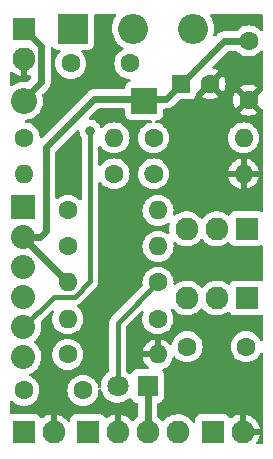
<source format=gbr>
%TF.GenerationSoftware,KiCad,Pcbnew,6.0.0+dfsg1-2*%
%TF.CreationDate,2022-01-11T20:53:15+02:00*%
%TF.ProjectId,leo-fuzz-box,6c656f2d-6675-47a7-9a2d-626f782e6b69,rev?*%
%TF.SameCoordinates,Original*%
%TF.FileFunction,Copper,L2,Bot*%
%TF.FilePolarity,Positive*%
%FSLAX46Y46*%
G04 Gerber Fmt 4.6, Leading zero omitted, Abs format (unit mm)*
G04 Created by KiCad (PCBNEW 6.0.0+dfsg1-2) date 2022-01-11 20:53:15*
%MOMM*%
%LPD*%
G01*
G04 APERTURE LIST*
%TA.AperFunction,ComponentPad*%
%ADD10O,1.930400X1.930400*%
%TD*%
%TA.AperFunction,ComponentPad*%
%ADD11R,1.930400X1.930400*%
%TD*%
%TA.AperFunction,ComponentPad*%
%ADD12C,1.600000*%
%TD*%
%TA.AperFunction,ComponentPad*%
%ADD13O,1.600000X1.600000*%
%TD*%
%TA.AperFunction,ComponentPad*%
%ADD14R,2.540000X2.540000*%
%TD*%
%TA.AperFunction,ComponentPad*%
%ADD15O,2.540000X2.540000*%
%TD*%
%TA.AperFunction,ComponentPad*%
%ADD16R,1.600000X1.600000*%
%TD*%
%TA.AperFunction,ComponentPad*%
%ADD17R,2.032000X2.032000*%
%TD*%
%TA.AperFunction,ComponentPad*%
%ADD18O,2.032000X2.032000*%
%TD*%
%TA.AperFunction,ComponentPad*%
%ADD19R,2.200000X2.200000*%
%TD*%
%TA.AperFunction,ComponentPad*%
%ADD20O,2.200000X2.200000*%
%TD*%
%TA.AperFunction,ComponentPad*%
%ADD21R,1.800000X1.800000*%
%TD*%
%TA.AperFunction,ComponentPad*%
%ADD22C,1.800000*%
%TD*%
%TA.AperFunction,ViaPad*%
%ADD23C,0.800000*%
%TD*%
%TA.AperFunction,Conductor*%
%ADD24C,0.381000*%
%TD*%
%TA.AperFunction,Conductor*%
%ADD25C,0.609600*%
%TD*%
G04 APERTURE END LIST*
D10*
%TO.P,J1,S*%
%TO.N,GND*%
X92760800Y-75488800D03*
D11*
%TO.P,J1,T*%
%TO.N,IN*%
X90220800Y-75488800D03*
%TD*%
D12*
%TO.P,R7,1*%
%TO.N,Net-(R4-Pad2)*%
X90271600Y-50622200D03*
D13*
%TO.P,R7,2*%
%TO.N,Net-(C3-Pad1)*%
X97891600Y-50622200D03*
%TD*%
D14*
%TO.P,RV6,1,1*%
%TO.N,Net-(Q1-Pad1)*%
X94411800Y-41376600D03*
D15*
%TO.P,RV6,2,2*%
%TO.N,Net-(C2-Pad1)*%
X99491800Y-41376600D03*
%TO.P,RV6,3,3*%
%TO.N,Net-(Q2-Pad1)*%
X104571800Y-41376600D03*
%TD*%
D12*
%TO.P,R9,1*%
%TO.N,OUT*%
X93954600Y-68961000D03*
D13*
%TO.P,R9,2*%
%TO.N,GND*%
X101574600Y-68961000D03*
%TD*%
D12*
%TO.P,C1,1*%
%TO.N,IN*%
X90246200Y-72009000D03*
%TO.P,C1,2*%
%TO.N,Net-(C1-Pad2)*%
X95246200Y-72009000D03*
%TD*%
D11*
%TO.P,J4,1*%
%TO.N,Net-(D2-Pad2)*%
X90220800Y-41376600D03*
D10*
%TO.P,J4,2*%
%TO.N,GND*%
X90220800Y-43916600D03*
%TD*%
D11*
%TO.P,J2,1,Pin_1*%
%TO.N,IN*%
X95656400Y-75488800D03*
D10*
%TO.P,J2,2,Pin_2*%
%TO.N,GND*%
X98196400Y-75488800D03*
%TO.P,J2,3,Pin_3*%
%TO.N,LED-*%
X100736400Y-75488800D03*
%TO.P,J2,4,Pin_4*%
%TO.N,OUT*%
X103276400Y-75488800D03*
%TD*%
D12*
%TO.P,C4,1*%
%TO.N,+9V*%
X109270800Y-42418000D03*
%TO.P,C4,2*%
%TO.N,GND*%
X109270800Y-47418000D03*
%TD*%
%TO.P,C3,1*%
%TO.N,Net-(C3-Pad1)*%
X109067600Y-68300600D03*
%TO.P,C3,2*%
%TO.N,Net-(C3-Pad2)*%
X104067600Y-68300600D03*
%TD*%
D16*
%TO.P,C5,1*%
%TO.N,+9V*%
X103505000Y-46050200D03*
D12*
%TO.P,C5,2*%
%TO.N,GND*%
X106005000Y-46050200D03*
%TD*%
D11*
%TO.P,Q1,1,E*%
%TO.N,Net-(Q1-Pad1)*%
X109093000Y-58318400D03*
D10*
%TO.P,Q1,2,B*%
%TO.N,Net-(Q1-Pad2)*%
X106553000Y-58318400D03*
%TO.P,Q1,3,C*%
%TO.N,Net-(Q1-Pad3)*%
X104013000Y-58318400D03*
%TD*%
%TO.P,J3,S*%
%TO.N,GND*%
X108762800Y-75488800D03*
D11*
%TO.P,J3,T*%
%TO.N,OUT*%
X106222800Y-75488800D03*
%TD*%
D12*
%TO.P,R5,1*%
%TO.N,Net-(Q1-Pad2)*%
X101219000Y-50622200D03*
D13*
%TO.P,R5,2*%
%TO.N,Net-(Q2-Pad1)*%
X108839000Y-50622200D03*
%TD*%
D12*
%TO.P,R2,1*%
%TO.N,Net-(R2-Pad1)*%
X93980000Y-56769000D03*
D13*
%TO.P,R2,2*%
%TO.N,Net-(Q1-Pad3)*%
X101600000Y-56769000D03*
%TD*%
D11*
%TO.P,Q2,1,E*%
%TO.N,Net-(Q2-Pad1)*%
X109118400Y-64185800D03*
D10*
%TO.P,Q2,2,B*%
%TO.N,Net-(Q1-Pad3)*%
X106578400Y-64185800D03*
%TO.P,Q2,3,C*%
%TO.N,Net-(C3-Pad1)*%
X104038400Y-64185800D03*
%TD*%
D17*
%TO.P,SW1,1,A*%
%TO.N,Net-(R4-Pad2)*%
X90195400Y-56464200D03*
D18*
%TO.P,SW1,2,B*%
%TO.N,+9V*%
X90195400Y-59004200D03*
%TO.P,SW1,3,C*%
%TO.N,Net-(R2-Pad1)*%
X90195400Y-61544200D03*
%TO.P,SW1,4,A*%
%TO.N,OUT*%
X90195400Y-64084200D03*
%TO.P,SW1,5,B*%
%TO.N,Net-(C2-Pad2)*%
X90195400Y-66624200D03*
%TO.P,SW1,6,C*%
%TO.N,Net-(SW1-Pad6)*%
X90195400Y-69164200D03*
%TD*%
D12*
%TO.P,R8,1*%
%TO.N,Net-(C3-Pad2)*%
X101574600Y-65938400D03*
D13*
%TO.P,R8,2*%
%TO.N,OUT*%
X93954600Y-65938400D03*
%TD*%
D12*
%TO.P,R99,1*%
%TO.N,Net-(D1-Pad2)*%
X101600000Y-62865000D03*
D13*
%TO.P,R99,2*%
%TO.N,+9V*%
X93980000Y-62865000D03*
%TD*%
D12*
%TO.P,R4,1*%
%TO.N,Net-(R2-Pad1)*%
X97891600Y-53670200D03*
D13*
%TO.P,R4,2*%
%TO.N,Net-(R4-Pad2)*%
X90271600Y-53670200D03*
%TD*%
D12*
%TO.P,C2,1*%
%TO.N,Net-(C2-Pad1)*%
X99212400Y-44323000D03*
%TO.P,C2,2*%
%TO.N,Net-(C2-Pad2)*%
X94212400Y-44323000D03*
%TD*%
%TO.P,R1,1*%
%TO.N,Net-(C1-Pad2)*%
X93980000Y-59817000D03*
D13*
%TO.P,R1,2*%
%TO.N,Net-(Q1-Pad2)*%
X101600000Y-59817000D03*
%TD*%
D19*
%TO.P,D2,1,K*%
%TO.N,+9V*%
X100431600Y-47472600D03*
D20*
%TO.P,D2,2,A*%
%TO.N,Net-(D2-Pad2)*%
X90271600Y-47472600D03*
%TD*%
D12*
%TO.P,R3,1*%
%TO.N,Net-(Q1-Pad1)*%
X101219000Y-53670200D03*
D13*
%TO.P,R3,2*%
%TO.N,GND*%
X108839000Y-53670200D03*
%TD*%
D21*
%TO.P,D1,1,K*%
%TO.N,LED-*%
X100711000Y-71628000D03*
D22*
%TO.P,D1,2,A*%
%TO.N,Net-(D1-Pad2)*%
X98171000Y-71628000D03*
%TD*%
D23*
%TO.N,GND*%
X108026200Y-61239400D03*
X96901000Y-45440600D03*
X104317800Y-61112400D03*
X93395800Y-48463200D03*
X96951800Y-52222400D03*
X92227400Y-67792600D03*
X96748600Y-72948800D03*
X94208600Y-52908200D03*
X107442000Y-40995600D03*
%TO.N,Net-(C2-Pad2)*%
X95859600Y-50012600D03*
%TD*%
D24*
%TO.N,Net-(C2-Pad1)*%
X99491800Y-41097200D02*
X99491800Y-40767000D01*
%TO.N,Net-(D1-Pad2)*%
X98171000Y-71628000D02*
X98171000Y-66294000D01*
X98171000Y-66294000D02*
X101600000Y-62865000D01*
D25*
%TO.N,LED-*%
X100736400Y-71653400D02*
X100711000Y-71628000D01*
X100736400Y-75488800D02*
X100736400Y-71653400D01*
%TO.N,+9V*%
X92100400Y-58536040D02*
X91632240Y-59004200D01*
X107213400Y-42418000D02*
X109270800Y-42418000D01*
X90195400Y-59080400D02*
X93980000Y-62865000D01*
X103581200Y-46050200D02*
X107213400Y-42418000D01*
X100431600Y-47320200D02*
X96215200Y-47320200D01*
X90195400Y-59004200D02*
X90195400Y-59080400D01*
X96215200Y-47320200D02*
X92100400Y-51435000D01*
X92100400Y-51435000D02*
X92100400Y-58536040D01*
X100431600Y-47320200D02*
X102311200Y-47320200D01*
X91632240Y-59004200D02*
X90195400Y-59004200D01*
X102311200Y-47320200D02*
X103581200Y-46050200D01*
D24*
%TO.N,Net-(Q1-Pad1)*%
X101219000Y-53568600D02*
X100609400Y-53568600D01*
%TO.N,Net-(C2-Pad2)*%
X92764099Y-64055501D02*
X94551441Y-64055501D01*
X94551441Y-64055501D02*
X95859600Y-62747342D01*
X95859600Y-50012600D02*
X95859600Y-62280800D01*
X90195400Y-66624200D02*
X92764099Y-64055501D01*
X95859600Y-62747342D02*
X95859600Y-62280800D01*
D25*
%TO.N,Net-(D2-Pad2)*%
X91690801Y-42846601D02*
X90220800Y-41376600D01*
X91690801Y-45900999D02*
X91690801Y-42846601D01*
X90271600Y-47320200D02*
X91690801Y-45900999D01*
%TD*%
%TA.AperFunction,Conductor*%
%TO.N,GND*%
G36*
X105394506Y-65070807D02*
G01*
X105402401Y-65079124D01*
X105543772Y-65242327D01*
X105730223Y-65397122D01*
X105939453Y-65519386D01*
X105944273Y-65521226D01*
X105944278Y-65521229D01*
X106052620Y-65562600D01*
X106165842Y-65605835D01*
X106170910Y-65606866D01*
X106170913Y-65606867D01*
X106288180Y-65630725D01*
X106403310Y-65654149D01*
X106408485Y-65654339D01*
X106408487Y-65654339D01*
X106640317Y-65662840D01*
X106640321Y-65662840D01*
X106645481Y-65663029D01*
X106650601Y-65662373D01*
X106650603Y-65662373D01*
X106725760Y-65652745D01*
X106885850Y-65632237D01*
X106890801Y-65630752D01*
X106890804Y-65630751D01*
X107113012Y-65564085D01*
X107113011Y-65564085D01*
X107117962Y-65562600D01*
X107267878Y-65489157D01*
X107330933Y-65458267D01*
X107330938Y-65458264D01*
X107335584Y-65455988D01*
X107339794Y-65452985D01*
X107339799Y-65452982D01*
X107508830Y-65332412D01*
X107575903Y-65309138D01*
X107644912Y-65325821D01*
X107693946Y-65377164D01*
X107698900Y-65388324D01*
X107699433Y-65389298D01*
X107702585Y-65397705D01*
X107789939Y-65514261D01*
X107906495Y-65601615D01*
X108042884Y-65652745D01*
X108105066Y-65659500D01*
X110131734Y-65659500D01*
X110193916Y-65652745D01*
X110319771Y-65605564D01*
X110390577Y-65600381D01*
X110452946Y-65634302D01*
X110487076Y-65696557D01*
X110490000Y-65723546D01*
X110490000Y-67686422D01*
X110469998Y-67754543D01*
X110416342Y-67801036D01*
X110346068Y-67811140D01*
X110281488Y-67781646D01*
X110249805Y-67739672D01*
X110207449Y-67648838D01*
X110207446Y-67648833D01*
X110205123Y-67643851D01*
X110073798Y-67456300D01*
X109911900Y-67294402D01*
X109907392Y-67291245D01*
X109907389Y-67291243D01*
X109738069Y-67172684D01*
X109724349Y-67163077D01*
X109719367Y-67160754D01*
X109719362Y-67160751D01*
X109521825Y-67068639D01*
X109521824Y-67068639D01*
X109516843Y-67066316D01*
X109511535Y-67064894D01*
X109511533Y-67064893D01*
X109301002Y-67008481D01*
X109301000Y-67008481D01*
X109295687Y-67007057D01*
X109067600Y-66987102D01*
X108839513Y-67007057D01*
X108834200Y-67008481D01*
X108834198Y-67008481D01*
X108623667Y-67064893D01*
X108623665Y-67064894D01*
X108618357Y-67066316D01*
X108613376Y-67068639D01*
X108613375Y-67068639D01*
X108415838Y-67160751D01*
X108415833Y-67160754D01*
X108410851Y-67163077D01*
X108397131Y-67172684D01*
X108227811Y-67291243D01*
X108227808Y-67291245D01*
X108223300Y-67294402D01*
X108061402Y-67456300D01*
X107930077Y-67643851D01*
X107927754Y-67648833D01*
X107927751Y-67648838D01*
X107835639Y-67846375D01*
X107833316Y-67851357D01*
X107831894Y-67856665D01*
X107831893Y-67856667D01*
X107804450Y-67959084D01*
X107774057Y-68072513D01*
X107754102Y-68300600D01*
X107774057Y-68528687D01*
X107775481Y-68534000D01*
X107775481Y-68534002D01*
X107828780Y-68732913D01*
X107833316Y-68749843D01*
X107835639Y-68754824D01*
X107835639Y-68754825D01*
X107927751Y-68952362D01*
X107927754Y-68952367D01*
X107930077Y-68957349D01*
X108003502Y-69062211D01*
X108050267Y-69128997D01*
X108061402Y-69144900D01*
X108223300Y-69306798D01*
X108227808Y-69309955D01*
X108227811Y-69309957D01*
X108305989Y-69364698D01*
X108410851Y-69438123D01*
X108415833Y-69440446D01*
X108415838Y-69440449D01*
X108613375Y-69532561D01*
X108618357Y-69534884D01*
X108623665Y-69536306D01*
X108623667Y-69536307D01*
X108834198Y-69592719D01*
X108834200Y-69592719D01*
X108839513Y-69594143D01*
X109067600Y-69614098D01*
X109295687Y-69594143D01*
X109301000Y-69592719D01*
X109301002Y-69592719D01*
X109511533Y-69536307D01*
X109511535Y-69536306D01*
X109516843Y-69534884D01*
X109521825Y-69532561D01*
X109719362Y-69440449D01*
X109719367Y-69440446D01*
X109724349Y-69438123D01*
X109829211Y-69364698D01*
X109907389Y-69309957D01*
X109907392Y-69309955D01*
X109911900Y-69306798D01*
X110073798Y-69144900D01*
X110084934Y-69128997D01*
X110131698Y-69062211D01*
X110205123Y-68957349D01*
X110207446Y-68952367D01*
X110207449Y-68952362D01*
X110249805Y-68861528D01*
X110296722Y-68808243D01*
X110365000Y-68788782D01*
X110432959Y-68809324D01*
X110479025Y-68863347D01*
X110490000Y-68914778D01*
X110490000Y-76455000D01*
X110469998Y-76523121D01*
X110416342Y-76569614D01*
X110364000Y-76581000D01*
X110037866Y-76581000D01*
X109969745Y-76560998D01*
X109923252Y-76507342D01*
X109913148Y-76437068D01*
X109935544Y-76381473D01*
X110026892Y-76254349D01*
X110032198Y-76245519D01*
X110134947Y-76037621D01*
X110138746Y-76028026D01*
X110206160Y-75806143D01*
X110208339Y-75796062D01*
X110212986Y-75760761D01*
X110210775Y-75746579D01*
X110197617Y-75742800D01*
X108634800Y-75742800D01*
X108566679Y-75722798D01*
X108520186Y-75669142D01*
X108508800Y-75616800D01*
X108508800Y-75216685D01*
X109016800Y-75216685D01*
X109021275Y-75231924D01*
X109022665Y-75233129D01*
X109030348Y-75234800D01*
X110199928Y-75234800D01*
X110213459Y-75230827D01*
X110214764Y-75221747D01*
X110163442Y-75017422D01*
X110160124Y-75007674D01*
X110067646Y-74794989D01*
X110062780Y-74785914D01*
X109936812Y-74591198D01*
X109930519Y-74583027D01*
X109774441Y-74411500D01*
X109766908Y-74404474D01*
X109584904Y-74260736D01*
X109576332Y-74255040D01*
X109373292Y-74142956D01*
X109363895Y-74138733D01*
X109145280Y-74061318D01*
X109135330Y-74058689D01*
X109034636Y-74040753D01*
X109021340Y-74042212D01*
X109016800Y-74056768D01*
X109016800Y-75216685D01*
X108508800Y-75216685D01*
X108508800Y-74055355D01*
X108504882Y-74042011D01*
X108490606Y-74040024D01*
X108425332Y-74050013D01*
X108415304Y-74052402D01*
X108194873Y-74124450D01*
X108185364Y-74128447D01*
X107979665Y-74235527D01*
X107970940Y-74241021D01*
X107835681Y-74342577D01*
X107769196Y-74367483D01*
X107699801Y-74352491D01*
X107649527Y-74302360D01*
X107642046Y-74286047D01*
X107641767Y-74285303D01*
X107638615Y-74276895D01*
X107551261Y-74160339D01*
X107434705Y-74072985D01*
X107298316Y-74021855D01*
X107236134Y-74015100D01*
X105209466Y-74015100D01*
X105147284Y-74021855D01*
X105010895Y-74072985D01*
X104894339Y-74160339D01*
X104806985Y-74276895D01*
X104755855Y-74413284D01*
X104749100Y-74475466D01*
X104749100Y-74625243D01*
X104729098Y-74693364D01*
X104675442Y-74739857D01*
X104605168Y-74749961D01*
X104540588Y-74720467D01*
X104517308Y-74693683D01*
X104450807Y-74590887D01*
X104450805Y-74590884D01*
X104447999Y-74586547D01*
X104284906Y-74407310D01*
X104094728Y-74257117D01*
X103976949Y-74192099D01*
X103887105Y-74142502D01*
X103887102Y-74142501D01*
X103882574Y-74140001D01*
X103747062Y-74092014D01*
X103659013Y-74060834D01*
X103659010Y-74060833D01*
X103654141Y-74059109D01*
X103649052Y-74058202D01*
X103649050Y-74058202D01*
X103546998Y-74040024D01*
X103415563Y-74016612D01*
X103322025Y-74015469D01*
X103178418Y-74013714D01*
X103178416Y-74013714D01*
X103173248Y-74013651D01*
X102933703Y-74050307D01*
X102703361Y-74125594D01*
X102488409Y-74237491D01*
X102484276Y-74240594D01*
X102484273Y-74240596D01*
X102315275Y-74367483D01*
X102294618Y-74382993D01*
X102127195Y-74558192D01*
X102111634Y-74581004D01*
X102056724Y-74626005D01*
X101986199Y-74634176D01*
X101922452Y-74602922D01*
X101909387Y-74588693D01*
X101907999Y-74586547D01*
X101902955Y-74581003D01*
X101748381Y-74411129D01*
X101744906Y-74407310D01*
X101601804Y-74294295D01*
X101597608Y-74290981D01*
X101556545Y-74233064D01*
X101549700Y-74192099D01*
X101549700Y-73161442D01*
X101569702Y-73093321D01*
X101623358Y-73046828D01*
X101662092Y-73036179D01*
X101684947Y-73033696D01*
X101721316Y-73029745D01*
X101857705Y-72978615D01*
X101974261Y-72891261D01*
X102061615Y-72774705D01*
X102112745Y-72638316D01*
X102119500Y-72576134D01*
X102119500Y-70679866D01*
X102112745Y-70617684D01*
X102061615Y-70481295D01*
X101985751Y-70380070D01*
X101960903Y-70313564D01*
X101975956Y-70244181D01*
X102026130Y-70193951D01*
X102033327Y-70190310D01*
X102226111Y-70100414D01*
X102235607Y-70094931D01*
X102414067Y-69969972D01*
X102422475Y-69962916D01*
X102576516Y-69808875D01*
X102583572Y-69800467D01*
X102708531Y-69622007D01*
X102714014Y-69612511D01*
X102806090Y-69415053D01*
X102809836Y-69404761D01*
X102861429Y-69212213D01*
X102898381Y-69151590D01*
X102962241Y-69120569D01*
X103032736Y-69128997D01*
X103072231Y-69155729D01*
X103223300Y-69306798D01*
X103227808Y-69309955D01*
X103227811Y-69309957D01*
X103305989Y-69364698D01*
X103410851Y-69438123D01*
X103415833Y-69440446D01*
X103415838Y-69440449D01*
X103613375Y-69532561D01*
X103618357Y-69534884D01*
X103623665Y-69536306D01*
X103623667Y-69536307D01*
X103834198Y-69592719D01*
X103834200Y-69592719D01*
X103839513Y-69594143D01*
X104067600Y-69614098D01*
X104295687Y-69594143D01*
X104301000Y-69592719D01*
X104301002Y-69592719D01*
X104511533Y-69536307D01*
X104511535Y-69536306D01*
X104516843Y-69534884D01*
X104521825Y-69532561D01*
X104719362Y-69440449D01*
X104719367Y-69440446D01*
X104724349Y-69438123D01*
X104829211Y-69364698D01*
X104907389Y-69309957D01*
X104907392Y-69309955D01*
X104911900Y-69306798D01*
X105073798Y-69144900D01*
X105084934Y-69128997D01*
X105131698Y-69062211D01*
X105205123Y-68957349D01*
X105207446Y-68952367D01*
X105207449Y-68952362D01*
X105299561Y-68754825D01*
X105299561Y-68754824D01*
X105301884Y-68749843D01*
X105306421Y-68732913D01*
X105359719Y-68534002D01*
X105359719Y-68534000D01*
X105361143Y-68528687D01*
X105381098Y-68300600D01*
X105361143Y-68072513D01*
X105330750Y-67959084D01*
X105303307Y-67856667D01*
X105303306Y-67856665D01*
X105301884Y-67851357D01*
X105299561Y-67846375D01*
X105207449Y-67648838D01*
X105207446Y-67648833D01*
X105205123Y-67643851D01*
X105073798Y-67456300D01*
X104911900Y-67294402D01*
X104907392Y-67291245D01*
X104907389Y-67291243D01*
X104738069Y-67172684D01*
X104724349Y-67163077D01*
X104719367Y-67160754D01*
X104719362Y-67160751D01*
X104521825Y-67068639D01*
X104521824Y-67068639D01*
X104516843Y-67066316D01*
X104511535Y-67064894D01*
X104511533Y-67064893D01*
X104301002Y-67008481D01*
X104301000Y-67008481D01*
X104295687Y-67007057D01*
X104067600Y-66987102D01*
X103839513Y-67007057D01*
X103834200Y-67008481D01*
X103834198Y-67008481D01*
X103623667Y-67064893D01*
X103623665Y-67064894D01*
X103618357Y-67066316D01*
X103613376Y-67068639D01*
X103613375Y-67068639D01*
X103415838Y-67160751D01*
X103415833Y-67160754D01*
X103410851Y-67163077D01*
X103397131Y-67172684D01*
X103227811Y-67291243D01*
X103227808Y-67291245D01*
X103223300Y-67294402D01*
X103061402Y-67456300D01*
X102930077Y-67643851D01*
X102927754Y-67648833D01*
X102927751Y-67648838D01*
X102835639Y-67846375D01*
X102833316Y-67851357D01*
X102780213Y-68049539D01*
X102743262Y-68110160D01*
X102679402Y-68141181D01*
X102608907Y-68132753D01*
X102569412Y-68106021D01*
X102422475Y-67959084D01*
X102414067Y-67952028D01*
X102235607Y-67827069D01*
X102226111Y-67821586D01*
X102028653Y-67729510D01*
X102018361Y-67725764D01*
X101846097Y-67679606D01*
X101832001Y-67679942D01*
X101828600Y-67687884D01*
X101828600Y-69089000D01*
X101808598Y-69157121D01*
X101754942Y-69203614D01*
X101702600Y-69215000D01*
X100306633Y-69215000D01*
X100293102Y-69218973D01*
X100291873Y-69227522D01*
X100339364Y-69404761D01*
X100343110Y-69415053D01*
X100435186Y-69612511D01*
X100440669Y-69622007D01*
X100565628Y-69800467D01*
X100572684Y-69808875D01*
X100726725Y-69962916D01*
X100735133Y-69969972D01*
X100764146Y-69990287D01*
X100808474Y-70045745D01*
X100815783Y-70116364D01*
X100783752Y-70179724D01*
X100722551Y-70215709D01*
X100691875Y-70219500D01*
X99762866Y-70219500D01*
X99700684Y-70226255D01*
X99564295Y-70277385D01*
X99447739Y-70364739D01*
X99360385Y-70481295D01*
X99357233Y-70489703D01*
X99357232Y-70489705D01*
X99336538Y-70544906D01*
X99293897Y-70601671D01*
X99227335Y-70626371D01*
X99157986Y-70611164D01*
X99135167Y-70594666D01*
X99134887Y-70594358D01*
X99051666Y-70528634D01*
X98957178Y-70454012D01*
X98957175Y-70454010D01*
X98953123Y-70450810D01*
X98948599Y-70448313D01*
X98948595Y-70448310D01*
X98935108Y-70440865D01*
X98885137Y-70390434D01*
X98870000Y-70330556D01*
X98870000Y-68689503D01*
X100293206Y-68689503D01*
X100293542Y-68703599D01*
X100301484Y-68707000D01*
X101302485Y-68707000D01*
X101317724Y-68702525D01*
X101318929Y-68701135D01*
X101320600Y-68693452D01*
X101320600Y-67693033D01*
X101316627Y-67679502D01*
X101308078Y-67678273D01*
X101130839Y-67725764D01*
X101120547Y-67729510D01*
X100923089Y-67821586D01*
X100913593Y-67827069D01*
X100735133Y-67952028D01*
X100726725Y-67959084D01*
X100572684Y-68113125D01*
X100565628Y-68121533D01*
X100440669Y-68299993D01*
X100435186Y-68309489D01*
X100343110Y-68506947D01*
X100339364Y-68517239D01*
X100293206Y-68689503D01*
X98870000Y-68689503D01*
X98870000Y-66635725D01*
X98890002Y-66567604D01*
X98906905Y-66546630D01*
X100163503Y-65290032D01*
X100225815Y-65256006D01*
X100296630Y-65261071D01*
X100353466Y-65303618D01*
X100378277Y-65370138D01*
X100366793Y-65432376D01*
X100340316Y-65489157D01*
X100338894Y-65494465D01*
X100338893Y-65494467D01*
X100293777Y-65662840D01*
X100281057Y-65710313D01*
X100261102Y-65938400D01*
X100281057Y-66166487D01*
X100282481Y-66171800D01*
X100282481Y-66171802D01*
X100305409Y-66257368D01*
X100340316Y-66387643D01*
X100342639Y-66392624D01*
X100342639Y-66392625D01*
X100434751Y-66590162D01*
X100434754Y-66590167D01*
X100437077Y-66595149D01*
X100568402Y-66782700D01*
X100730300Y-66944598D01*
X100734808Y-66947755D01*
X100734811Y-66947757D01*
X100791002Y-66987102D01*
X100917851Y-67075923D01*
X100922833Y-67078246D01*
X100922838Y-67078249D01*
X101111525Y-67166234D01*
X101125357Y-67172684D01*
X101130665Y-67174106D01*
X101130667Y-67174107D01*
X101341198Y-67230519D01*
X101341200Y-67230519D01*
X101346513Y-67231943D01*
X101574600Y-67251898D01*
X101802687Y-67231943D01*
X101808000Y-67230519D01*
X101808002Y-67230519D01*
X102018533Y-67174107D01*
X102018535Y-67174106D01*
X102023843Y-67172684D01*
X102037675Y-67166234D01*
X102226362Y-67078249D01*
X102226367Y-67078246D01*
X102231349Y-67075923D01*
X102358198Y-66987102D01*
X102414389Y-66947757D01*
X102414392Y-66947755D01*
X102418900Y-66944598D01*
X102580798Y-66782700D01*
X102712123Y-66595149D01*
X102714446Y-66590167D01*
X102714449Y-66590162D01*
X102806561Y-66392625D01*
X102806561Y-66392624D01*
X102808884Y-66387643D01*
X102843792Y-66257368D01*
X102866719Y-66171802D01*
X102866719Y-66171800D01*
X102868143Y-66166487D01*
X102888098Y-65938400D01*
X102868143Y-65710313D01*
X102855423Y-65662840D01*
X102810307Y-65494467D01*
X102810306Y-65494465D01*
X102808884Y-65489157D01*
X102713648Y-65284921D01*
X102702987Y-65214730D01*
X102731967Y-65149917D01*
X102791387Y-65111061D01*
X102862381Y-65110498D01*
X102923080Y-65149175D01*
X103000381Y-65238413D01*
X103000385Y-65238417D01*
X103003772Y-65242327D01*
X103190223Y-65397122D01*
X103399453Y-65519386D01*
X103404273Y-65521226D01*
X103404278Y-65521229D01*
X103512620Y-65562600D01*
X103625842Y-65605835D01*
X103630910Y-65606866D01*
X103630913Y-65606867D01*
X103748180Y-65630725D01*
X103863310Y-65654149D01*
X103868485Y-65654339D01*
X103868487Y-65654339D01*
X104100317Y-65662840D01*
X104100321Y-65662840D01*
X104105481Y-65663029D01*
X104110601Y-65662373D01*
X104110603Y-65662373D01*
X104185760Y-65652745D01*
X104345850Y-65632237D01*
X104350801Y-65630752D01*
X104350804Y-65630751D01*
X104573012Y-65564085D01*
X104573011Y-65564085D01*
X104577962Y-65562600D01*
X104727878Y-65489157D01*
X104790933Y-65458267D01*
X104790938Y-65458264D01*
X104795584Y-65455988D01*
X104799794Y-65452985D01*
X104799799Y-65452982D01*
X104988659Y-65318269D01*
X104988664Y-65318265D01*
X104992871Y-65315264D01*
X105164526Y-65144208D01*
X105204845Y-65088099D01*
X105260839Y-65044451D01*
X105331542Y-65038005D01*
X105394506Y-65070807D01*
G37*
%TD.AperFunction*%
%TA.AperFunction,Conductor*%
G36*
X110408032Y-43235432D02*
G01*
X110464868Y-43277979D01*
X110489679Y-43344499D01*
X110490000Y-43353488D01*
X110490000Y-46569201D01*
X110469998Y-46637322D01*
X110416342Y-46683815D01*
X110366547Y-46691985D01*
X110344366Y-46703644D01*
X109642822Y-47405188D01*
X109635208Y-47419132D01*
X109635339Y-47420965D01*
X109639590Y-47427580D01*
X110345087Y-48133077D01*
X110362568Y-48142623D01*
X110424385Y-48156070D01*
X110474587Y-48206272D01*
X110490000Y-48266658D01*
X110490000Y-56792742D01*
X110469998Y-56860863D01*
X110416342Y-56907356D01*
X110346068Y-56917460D01*
X110307664Y-56904653D01*
X110304905Y-56902585D01*
X110168516Y-56851455D01*
X110106334Y-56844700D01*
X108079666Y-56844700D01*
X108017484Y-56851455D01*
X107881095Y-56902585D01*
X107764539Y-56989939D01*
X107677185Y-57106495D01*
X107673637Y-57115959D01*
X107672964Y-57116855D01*
X107669723Y-57122775D01*
X107668869Y-57122307D01*
X107630998Y-57172724D01*
X107564438Y-57197426D01*
X107495088Y-57182222D01*
X107477562Y-57170615D01*
X107419383Y-57124668D01*
X107371328Y-57086717D01*
X107218593Y-57002402D01*
X107163705Y-56972102D01*
X107163702Y-56972101D01*
X107159174Y-56969601D01*
X107011932Y-56917460D01*
X106935613Y-56890434D01*
X106935610Y-56890433D01*
X106930741Y-56888709D01*
X106925652Y-56887802D01*
X106925650Y-56887802D01*
X106852394Y-56874753D01*
X106692163Y-56846212D01*
X106598625Y-56845069D01*
X106455018Y-56843314D01*
X106455016Y-56843314D01*
X106449848Y-56843251D01*
X106210303Y-56879907D01*
X105979961Y-56955194D01*
X105765009Y-57067091D01*
X105760876Y-57070194D01*
X105760873Y-57070196D01*
X105585212Y-57202086D01*
X105571218Y-57212593D01*
X105403795Y-57387792D01*
X105388234Y-57410604D01*
X105333324Y-57455605D01*
X105262799Y-57463776D01*
X105199052Y-57432522D01*
X105185987Y-57418293D01*
X105184599Y-57416147D01*
X105179555Y-57410603D01*
X105024981Y-57240729D01*
X105021506Y-57236910D01*
X104831328Y-57086717D01*
X104678593Y-57002402D01*
X104623705Y-56972102D01*
X104623702Y-56972101D01*
X104619174Y-56969601D01*
X104471932Y-56917460D01*
X104395613Y-56890434D01*
X104395610Y-56890433D01*
X104390741Y-56888709D01*
X104385652Y-56887802D01*
X104385650Y-56887802D01*
X104312394Y-56874753D01*
X104152163Y-56846212D01*
X104058625Y-56845069D01*
X103915018Y-56843314D01*
X103915016Y-56843314D01*
X103909848Y-56843251D01*
X103670303Y-56879907D01*
X103439961Y-56955194D01*
X103225009Y-57067091D01*
X103220876Y-57070194D01*
X103220873Y-57070196D01*
X103078384Y-57177180D01*
X103011899Y-57202086D01*
X102942504Y-57187094D01*
X102892230Y-57136963D01*
X102877039Y-57067611D01*
X102881024Y-57043809D01*
X102892119Y-57002402D01*
X102892119Y-57002400D01*
X102893543Y-56997087D01*
X102913498Y-56769000D01*
X102893543Y-56540913D01*
X102834284Y-56319757D01*
X102831961Y-56314775D01*
X102739849Y-56117238D01*
X102739846Y-56117233D01*
X102737523Y-56112251D01*
X102606198Y-55924700D01*
X102444300Y-55762802D01*
X102439792Y-55759645D01*
X102439789Y-55759643D01*
X102326921Y-55680612D01*
X102256749Y-55631477D01*
X102251767Y-55629154D01*
X102251762Y-55629151D01*
X102054225Y-55537039D01*
X102054224Y-55537039D01*
X102049243Y-55534716D01*
X102043935Y-55533294D01*
X102043933Y-55533293D01*
X101833402Y-55476881D01*
X101833400Y-55476881D01*
X101828087Y-55475457D01*
X101600000Y-55455502D01*
X101371913Y-55475457D01*
X101366600Y-55476881D01*
X101366598Y-55476881D01*
X101156067Y-55533293D01*
X101156065Y-55533294D01*
X101150757Y-55534716D01*
X101145776Y-55537039D01*
X101145775Y-55537039D01*
X100948238Y-55629151D01*
X100948233Y-55629154D01*
X100943251Y-55631477D01*
X100873079Y-55680612D01*
X100760211Y-55759643D01*
X100760208Y-55759645D01*
X100755700Y-55762802D01*
X100593802Y-55924700D01*
X100462477Y-56112251D01*
X100460154Y-56117233D01*
X100460151Y-56117238D01*
X100368039Y-56314775D01*
X100365716Y-56319757D01*
X100306457Y-56540913D01*
X100286502Y-56769000D01*
X100306457Y-56997087D01*
X100307881Y-57002400D01*
X100307881Y-57002402D01*
X100357370Y-57187094D01*
X100365716Y-57218243D01*
X100368039Y-57223224D01*
X100368039Y-57223225D01*
X100460151Y-57420762D01*
X100460154Y-57420767D01*
X100462477Y-57425749D01*
X100593802Y-57613300D01*
X100755700Y-57775198D01*
X100760208Y-57778355D01*
X100760211Y-57778357D01*
X100802246Y-57807790D01*
X100943251Y-57906523D01*
X100948233Y-57908846D01*
X100948238Y-57908849D01*
X101145775Y-58000961D01*
X101150757Y-58003284D01*
X101156065Y-58004706D01*
X101156067Y-58004707D01*
X101366598Y-58061119D01*
X101366600Y-58061119D01*
X101371913Y-58062543D01*
X101600000Y-58082498D01*
X101828087Y-58062543D01*
X101833400Y-58061119D01*
X101833402Y-58061119D01*
X102043933Y-58004707D01*
X102043935Y-58004706D01*
X102049243Y-58003284D01*
X102054225Y-58000961D01*
X102251762Y-57908849D01*
X102251767Y-57908846D01*
X102256749Y-57906523D01*
X102392541Y-57811440D01*
X102459815Y-57788752D01*
X102528675Y-57806037D01*
X102577260Y-57857807D01*
X102590143Y-57927624D01*
X102586229Y-57948325D01*
X102570988Y-58003284D01*
X102560442Y-58041310D01*
X102534690Y-58282271D01*
X102534987Y-58287423D01*
X102534987Y-58287427D01*
X102546435Y-58485955D01*
X102548640Y-58524202D01*
X102549779Y-58529255D01*
X102549779Y-58529257D01*
X102573277Y-58633528D01*
X102568741Y-58704379D01*
X102526619Y-58761531D01*
X102460285Y-58786836D01*
X102390801Y-58772263D01*
X102378096Y-58764445D01*
X102256749Y-58679477D01*
X102251767Y-58677154D01*
X102251762Y-58677151D01*
X102054225Y-58585039D01*
X102054224Y-58585039D01*
X102049243Y-58582716D01*
X102043935Y-58581294D01*
X102043933Y-58581293D01*
X101833402Y-58524881D01*
X101833400Y-58524881D01*
X101828087Y-58523457D01*
X101600000Y-58503502D01*
X101371913Y-58523457D01*
X101366600Y-58524881D01*
X101366598Y-58524881D01*
X101156067Y-58581293D01*
X101156065Y-58581294D01*
X101150757Y-58582716D01*
X101145776Y-58585039D01*
X101145775Y-58585039D01*
X100948238Y-58677151D01*
X100948233Y-58677154D01*
X100943251Y-58679477D01*
X100873252Y-58728491D01*
X100760211Y-58807643D01*
X100760208Y-58807645D01*
X100755700Y-58810802D01*
X100593802Y-58972700D01*
X100590645Y-58977208D01*
X100590643Y-58977211D01*
X100537350Y-59053322D01*
X100462477Y-59160251D01*
X100460154Y-59165233D01*
X100460151Y-59165238D01*
X100410083Y-59272611D01*
X100365716Y-59367757D01*
X100364294Y-59373065D01*
X100364293Y-59373067D01*
X100315434Y-59555410D01*
X100306457Y-59588913D01*
X100286502Y-59817000D01*
X100306457Y-60045087D01*
X100307881Y-60050400D01*
X100307881Y-60050402D01*
X100361553Y-60250705D01*
X100365716Y-60266243D01*
X100368039Y-60271224D01*
X100368039Y-60271225D01*
X100460151Y-60468762D01*
X100460154Y-60468767D01*
X100462477Y-60473749D01*
X100593802Y-60661300D01*
X100755700Y-60823198D01*
X100760208Y-60826355D01*
X100760211Y-60826357D01*
X100838389Y-60881098D01*
X100943251Y-60954523D01*
X100948233Y-60956846D01*
X100948238Y-60956849D01*
X101145775Y-61048961D01*
X101150757Y-61051284D01*
X101156065Y-61052706D01*
X101156067Y-61052707D01*
X101366598Y-61109119D01*
X101366600Y-61109119D01*
X101371913Y-61110543D01*
X101600000Y-61130498D01*
X101828087Y-61110543D01*
X101833400Y-61109119D01*
X101833402Y-61109119D01*
X102043933Y-61052707D01*
X102043935Y-61052706D01*
X102049243Y-61051284D01*
X102054225Y-61048961D01*
X102251762Y-60956849D01*
X102251767Y-60956846D01*
X102256749Y-60954523D01*
X102361611Y-60881098D01*
X102439789Y-60826357D01*
X102439792Y-60826355D01*
X102444300Y-60823198D01*
X102606198Y-60661300D01*
X102737523Y-60473749D01*
X102739846Y-60468767D01*
X102739849Y-60468762D01*
X102831961Y-60271225D01*
X102831961Y-60271224D01*
X102834284Y-60266243D01*
X102838448Y-60250705D01*
X102892119Y-60050402D01*
X102892119Y-60050400D01*
X102893543Y-60045087D01*
X102913498Y-59817000D01*
X102893543Y-59588913D01*
X102894360Y-59588842D01*
X102901722Y-59522854D01*
X102946492Y-59467752D01*
X103013944Y-59445601D01*
X103082665Y-59463435D01*
X103098416Y-59474590D01*
X103164823Y-59529722D01*
X103374053Y-59651986D01*
X103378873Y-59653826D01*
X103378878Y-59653829D01*
X103487220Y-59695200D01*
X103600442Y-59738435D01*
X103605510Y-59739466D01*
X103605513Y-59739467D01*
X103722780Y-59763325D01*
X103837910Y-59786749D01*
X103843085Y-59786939D01*
X103843087Y-59786939D01*
X104074917Y-59795440D01*
X104074921Y-59795440D01*
X104080081Y-59795629D01*
X104085201Y-59794973D01*
X104085203Y-59794973D01*
X104173279Y-59783690D01*
X104320450Y-59764837D01*
X104325401Y-59763352D01*
X104325404Y-59763351D01*
X104547612Y-59696685D01*
X104547611Y-59696685D01*
X104552562Y-59695200D01*
X104665890Y-59639681D01*
X104765533Y-59590867D01*
X104765538Y-59590864D01*
X104770184Y-59588588D01*
X104774394Y-59585585D01*
X104774399Y-59585582D01*
X104963259Y-59450869D01*
X104963264Y-59450865D01*
X104967471Y-59447864D01*
X105139126Y-59276808D01*
X105179445Y-59220699D01*
X105235439Y-59177051D01*
X105306142Y-59170605D01*
X105369106Y-59203407D01*
X105377001Y-59211724D01*
X105518372Y-59374927D01*
X105704823Y-59529722D01*
X105914053Y-59651986D01*
X105918873Y-59653826D01*
X105918878Y-59653829D01*
X106027220Y-59695200D01*
X106140442Y-59738435D01*
X106145510Y-59739466D01*
X106145513Y-59739467D01*
X106262780Y-59763325D01*
X106377910Y-59786749D01*
X106383085Y-59786939D01*
X106383087Y-59786939D01*
X106614917Y-59795440D01*
X106614921Y-59795440D01*
X106620081Y-59795629D01*
X106625201Y-59794973D01*
X106625203Y-59794973D01*
X106713279Y-59783690D01*
X106860450Y-59764837D01*
X106865401Y-59763352D01*
X106865404Y-59763351D01*
X107087612Y-59696685D01*
X107087611Y-59696685D01*
X107092562Y-59695200D01*
X107205890Y-59639681D01*
X107305533Y-59590867D01*
X107305538Y-59590864D01*
X107310184Y-59588588D01*
X107314394Y-59585585D01*
X107314399Y-59585582D01*
X107483430Y-59465012D01*
X107550503Y-59441738D01*
X107619512Y-59458421D01*
X107668546Y-59509764D01*
X107673500Y-59520924D01*
X107674033Y-59521898D01*
X107677185Y-59530305D01*
X107764539Y-59646861D01*
X107881095Y-59734215D01*
X108017484Y-59785345D01*
X108079666Y-59792100D01*
X110106334Y-59792100D01*
X110168516Y-59785345D01*
X110304905Y-59734215D01*
X110306761Y-59732824D01*
X110372845Y-59718369D01*
X110439394Y-59743103D01*
X110482005Y-59799890D01*
X110490000Y-59844058D01*
X110490000Y-62648054D01*
X110469998Y-62716175D01*
X110416342Y-62762668D01*
X110346068Y-62772772D01*
X110319773Y-62766037D01*
X110193916Y-62718855D01*
X110131734Y-62712100D01*
X108105066Y-62712100D01*
X108042884Y-62718855D01*
X107906495Y-62769985D01*
X107789939Y-62857339D01*
X107702585Y-62973895D01*
X107699037Y-62983359D01*
X107698364Y-62984255D01*
X107695123Y-62990175D01*
X107694269Y-62989707D01*
X107656398Y-63040124D01*
X107589838Y-63064826D01*
X107520488Y-63049622D01*
X107502962Y-63038015D01*
X107444783Y-62992068D01*
X107396728Y-62954117D01*
X107235294Y-62865000D01*
X107189105Y-62839502D01*
X107189102Y-62839501D01*
X107184574Y-62837001D01*
X107022382Y-62779566D01*
X106961013Y-62757834D01*
X106961010Y-62757833D01*
X106956141Y-62756109D01*
X106951052Y-62755202D01*
X106951050Y-62755202D01*
X106840925Y-62735586D01*
X106717563Y-62713612D01*
X106624025Y-62712469D01*
X106480418Y-62710714D01*
X106480416Y-62710714D01*
X106475248Y-62710651D01*
X106235703Y-62747307D01*
X106005361Y-62822594D01*
X105790409Y-62934491D01*
X105786276Y-62937594D01*
X105786273Y-62937596D01*
X105600753Y-63076888D01*
X105596618Y-63079993D01*
X105429195Y-63255192D01*
X105413634Y-63278004D01*
X105358724Y-63323005D01*
X105288199Y-63331176D01*
X105224452Y-63299922D01*
X105211387Y-63285693D01*
X105209999Y-63283547D01*
X105204955Y-63278003D01*
X105050381Y-63108129D01*
X105046906Y-63104310D01*
X104856728Y-62954117D01*
X104695294Y-62865000D01*
X104649105Y-62839502D01*
X104649102Y-62839501D01*
X104644574Y-62837001D01*
X104482382Y-62779566D01*
X104421013Y-62757834D01*
X104421010Y-62757833D01*
X104416141Y-62756109D01*
X104411052Y-62755202D01*
X104411050Y-62755202D01*
X104300925Y-62735586D01*
X104177563Y-62713612D01*
X104084025Y-62712469D01*
X103940418Y-62710714D01*
X103940416Y-62710714D01*
X103935248Y-62710651D01*
X103695703Y-62747307D01*
X103465361Y-62822594D01*
X103250409Y-62934491D01*
X103246276Y-62937594D01*
X103246273Y-62937596D01*
X103109085Y-63040600D01*
X103042600Y-63065506D01*
X102973205Y-63050514D01*
X102922931Y-63000383D01*
X102907911Y-62928858D01*
X102908472Y-62922453D01*
X102913498Y-62865000D01*
X102893543Y-62636913D01*
X102834284Y-62415757D01*
X102831961Y-62410775D01*
X102739849Y-62213238D01*
X102739846Y-62213233D01*
X102737523Y-62208251D01*
X102606198Y-62020700D01*
X102444300Y-61858802D01*
X102439792Y-61855645D01*
X102439789Y-61855643D01*
X102361611Y-61800902D01*
X102256749Y-61727477D01*
X102251767Y-61725154D01*
X102251762Y-61725151D01*
X102054225Y-61633039D01*
X102054224Y-61633039D01*
X102049243Y-61630716D01*
X102043935Y-61629294D01*
X102043933Y-61629293D01*
X101833402Y-61572881D01*
X101833400Y-61572881D01*
X101828087Y-61571457D01*
X101600000Y-61551502D01*
X101371913Y-61571457D01*
X101366600Y-61572881D01*
X101366598Y-61572881D01*
X101156067Y-61629293D01*
X101156065Y-61629294D01*
X101150757Y-61630716D01*
X101145776Y-61633039D01*
X101145775Y-61633039D01*
X100948238Y-61725151D01*
X100948233Y-61725154D01*
X100943251Y-61727477D01*
X100838389Y-61800902D01*
X100760211Y-61855643D01*
X100760208Y-61855645D01*
X100755700Y-61858802D01*
X100593802Y-62020700D01*
X100462477Y-62208251D01*
X100460154Y-62213233D01*
X100460151Y-62213238D01*
X100368039Y-62410775D01*
X100365716Y-62415757D01*
X100306457Y-62636913D01*
X100286502Y-62865000D01*
X100306457Y-63093087D01*
X100306878Y-63094659D01*
X100299142Y-63164028D01*
X100272020Y-63204444D01*
X97696962Y-65779503D01*
X97690697Y-65785356D01*
X97647726Y-65822842D01*
X97643359Y-65829056D01*
X97611506Y-65874378D01*
X97607573Y-65879674D01*
X97573394Y-65923263D01*
X97573392Y-65923266D01*
X97568708Y-65929240D01*
X97565582Y-65936164D01*
X97563744Y-65939199D01*
X97556500Y-65951898D01*
X97554812Y-65955046D01*
X97550444Y-65961261D01*
X97547684Y-65968340D01*
X97527567Y-66019939D01*
X97525022Y-66025995D01*
X97499087Y-66083435D01*
X97497702Y-66090908D01*
X97496631Y-66094326D01*
X97492646Y-66108315D01*
X97491749Y-66111807D01*
X97488988Y-66118889D01*
X97487996Y-66126422D01*
X97487996Y-66126423D01*
X97480767Y-66181330D01*
X97479735Y-66187843D01*
X97472723Y-66225678D01*
X97468255Y-66249787D01*
X97468692Y-66257367D01*
X97468692Y-66257368D01*
X97471791Y-66311112D01*
X97472000Y-66318365D01*
X97472000Y-70328911D01*
X97451998Y-70397032D01*
X97417352Y-70431360D01*
X97417872Y-70432052D01*
X97267565Y-70544906D01*
X97232655Y-70571117D01*
X97229083Y-70574855D01*
X97094721Y-70715457D01*
X97072639Y-70738564D01*
X96942119Y-70929899D01*
X96844602Y-71139981D01*
X96782707Y-71363169D01*
X96758095Y-71593469D01*
X96758392Y-71598622D01*
X96758392Y-71598625D01*
X96760946Y-71642915D01*
X96744898Y-71712074D01*
X96694008Y-71761579D01*
X96624432Y-71775711D01*
X96558261Y-71749984D01*
X96516503Y-71692567D01*
X96513448Y-71682780D01*
X96481906Y-71565064D01*
X96480484Y-71559757D01*
X96414600Y-71418467D01*
X96386049Y-71357238D01*
X96386046Y-71357233D01*
X96383723Y-71352251D01*
X96252398Y-71164700D01*
X96090500Y-71002802D01*
X96085992Y-70999645D01*
X96085989Y-70999643D01*
X95980277Y-70925623D01*
X95902949Y-70871477D01*
X95897967Y-70869154D01*
X95897962Y-70869151D01*
X95700425Y-70777039D01*
X95700424Y-70777039D01*
X95695443Y-70774716D01*
X95690135Y-70773294D01*
X95690133Y-70773293D01*
X95479602Y-70716881D01*
X95479600Y-70716881D01*
X95474287Y-70715457D01*
X95246200Y-70695502D01*
X95018113Y-70715457D01*
X95012800Y-70716881D01*
X95012798Y-70716881D01*
X94802267Y-70773293D01*
X94802265Y-70773294D01*
X94796957Y-70774716D01*
X94791976Y-70777039D01*
X94791975Y-70777039D01*
X94594438Y-70869151D01*
X94594433Y-70869154D01*
X94589451Y-70871477D01*
X94512123Y-70925623D01*
X94406411Y-70999643D01*
X94406408Y-70999645D01*
X94401900Y-71002802D01*
X94240002Y-71164700D01*
X94108677Y-71352251D01*
X94106354Y-71357233D01*
X94106351Y-71357238D01*
X94077800Y-71418467D01*
X94011916Y-71559757D01*
X94010494Y-71565064D01*
X94010493Y-71565067D01*
X93954081Y-71775598D01*
X93952657Y-71780913D01*
X93932702Y-72009000D01*
X93952657Y-72237087D01*
X94011916Y-72458243D01*
X94014239Y-72463224D01*
X94014239Y-72463225D01*
X94106351Y-72660762D01*
X94106354Y-72660767D01*
X94108677Y-72665749D01*
X94179080Y-72766295D01*
X94233674Y-72844262D01*
X94240002Y-72853300D01*
X94401900Y-73015198D01*
X94406408Y-73018355D01*
X94406411Y-73018357D01*
X94422675Y-73029745D01*
X94589451Y-73146523D01*
X94594433Y-73148846D01*
X94594438Y-73148849D01*
X94791975Y-73240961D01*
X94796957Y-73243284D01*
X94802265Y-73244706D01*
X94802267Y-73244707D01*
X95012798Y-73301119D01*
X95012800Y-73301119D01*
X95018113Y-73302543D01*
X95246200Y-73322498D01*
X95474287Y-73302543D01*
X95479600Y-73301119D01*
X95479602Y-73301119D01*
X95690133Y-73244707D01*
X95690135Y-73244706D01*
X95695443Y-73243284D01*
X95700425Y-73240961D01*
X95897962Y-73148849D01*
X95897967Y-73148846D01*
X95902949Y-73146523D01*
X96069725Y-73029745D01*
X96085989Y-73018357D01*
X96085992Y-73018355D01*
X96090500Y-73015198D01*
X96252398Y-72853300D01*
X96258727Y-72844262D01*
X96313320Y-72766295D01*
X96383723Y-72665749D01*
X96386046Y-72660767D01*
X96386049Y-72660762D01*
X96478161Y-72463225D01*
X96478161Y-72463224D01*
X96480484Y-72458243D01*
X96539743Y-72237087D01*
X96559698Y-72009000D01*
X96561031Y-72009117D01*
X96579221Y-71947167D01*
X96632877Y-71900674D01*
X96703151Y-71890570D01*
X96767731Y-71920064D01*
X96806115Y-71979790D01*
X96808135Y-71987585D01*
X96822346Y-72050642D01*
X96824288Y-72055424D01*
X96824289Y-72055428D01*
X96907540Y-72260450D01*
X96909484Y-72265237D01*
X97030501Y-72462719D01*
X97182147Y-72637784D01*
X97360349Y-72785730D01*
X97560322Y-72902584D01*
X97776694Y-72985209D01*
X97781760Y-72986240D01*
X97781761Y-72986240D01*
X97826234Y-72995288D01*
X98003656Y-73031385D01*
X98133089Y-73036131D01*
X98229949Y-73039683D01*
X98229953Y-73039683D01*
X98235113Y-73039872D01*
X98240233Y-73039216D01*
X98240235Y-73039216D01*
X98314166Y-73029745D01*
X98464847Y-73010442D01*
X98469795Y-73008957D01*
X98469802Y-73008956D01*
X98681747Y-72945369D01*
X98686690Y-72943886D01*
X98720818Y-72927167D01*
X98890049Y-72844262D01*
X98890052Y-72844260D01*
X98894684Y-72841991D01*
X99083243Y-72707494D01*
X99128309Y-72662585D01*
X99190681Y-72628669D01*
X99261487Y-72633857D01*
X99318249Y-72676503D01*
X99335231Y-72707607D01*
X99360385Y-72774705D01*
X99447739Y-72891261D01*
X99564295Y-72978615D01*
X99700684Y-73029745D01*
X99762866Y-73036500D01*
X99797100Y-73036500D01*
X99865221Y-73056502D01*
X99911714Y-73110158D01*
X99923100Y-73162500D01*
X99923100Y-74193535D01*
X99903098Y-74261656D01*
X99872754Y-74294294D01*
X99754618Y-74382993D01*
X99587195Y-74558192D01*
X99584284Y-74562460D01*
X99584278Y-74562467D01*
X99571335Y-74581440D01*
X99516423Y-74626442D01*
X99445898Y-74634612D01*
X99382151Y-74603356D01*
X99367421Y-74587315D01*
X99364118Y-74583027D01*
X99208041Y-74411500D01*
X99200508Y-74404474D01*
X99018504Y-74260736D01*
X99009932Y-74255040D01*
X98806892Y-74142956D01*
X98797495Y-74138733D01*
X98578880Y-74061318D01*
X98568930Y-74058689D01*
X98468236Y-74040753D01*
X98454940Y-74042212D01*
X98450400Y-74056768D01*
X98450400Y-75616800D01*
X98430398Y-75684921D01*
X98376742Y-75731414D01*
X98324400Y-75742800D01*
X98068400Y-75742800D01*
X98000279Y-75722798D01*
X97953786Y-75669142D01*
X97942400Y-75616800D01*
X97942400Y-74055355D01*
X97938482Y-74042011D01*
X97924206Y-74040024D01*
X97858932Y-74050013D01*
X97848904Y-74052402D01*
X97628473Y-74124450D01*
X97618964Y-74128447D01*
X97413265Y-74235527D01*
X97404540Y-74241021D01*
X97269281Y-74342577D01*
X97202796Y-74367483D01*
X97133401Y-74352491D01*
X97083127Y-74302360D01*
X97075646Y-74286047D01*
X97075367Y-74285303D01*
X97072215Y-74276895D01*
X96984861Y-74160339D01*
X96868305Y-74072985D01*
X96731916Y-74021855D01*
X96669734Y-74015100D01*
X94643066Y-74015100D01*
X94580884Y-74021855D01*
X94444495Y-74072985D01*
X94327939Y-74160339D01*
X94240585Y-74276895D01*
X94189455Y-74413284D01*
X94182700Y-74475466D01*
X94182700Y-74547640D01*
X94162698Y-74615761D01*
X94109042Y-74662254D01*
X94038768Y-74672358D01*
X93974188Y-74642864D01*
X93950908Y-74616080D01*
X93934811Y-74591198D01*
X93928519Y-74583027D01*
X93772441Y-74411500D01*
X93764908Y-74404474D01*
X93582904Y-74260736D01*
X93574332Y-74255040D01*
X93371292Y-74142956D01*
X93361895Y-74138733D01*
X93143280Y-74061318D01*
X93133330Y-74058689D01*
X93032636Y-74040753D01*
X93019340Y-74042212D01*
X93014800Y-74056768D01*
X93014800Y-75616800D01*
X92994798Y-75684921D01*
X92941142Y-75731414D01*
X92888800Y-75742800D01*
X92632800Y-75742800D01*
X92564679Y-75722798D01*
X92518186Y-75669142D01*
X92506800Y-75616800D01*
X92506800Y-74055355D01*
X92502882Y-74042011D01*
X92488606Y-74040024D01*
X92423332Y-74050013D01*
X92413304Y-74052402D01*
X92192873Y-74124450D01*
X92183364Y-74128447D01*
X91977665Y-74235527D01*
X91968940Y-74241021D01*
X91833681Y-74342577D01*
X91767196Y-74367483D01*
X91697801Y-74352491D01*
X91647527Y-74302360D01*
X91640046Y-74286047D01*
X91639767Y-74285303D01*
X91636615Y-74276895D01*
X91549261Y-74160339D01*
X91432705Y-74072985D01*
X91296316Y-74021855D01*
X91234134Y-74015100D01*
X89207466Y-74015100D01*
X89207466Y-74014369D01*
X89141525Y-73998833D01*
X89092192Y-73947777D01*
X89077800Y-73889299D01*
X89077800Y-72995288D01*
X89097802Y-72927167D01*
X89151458Y-72880674D01*
X89221732Y-72870570D01*
X89286312Y-72900064D01*
X89292895Y-72906193D01*
X89401900Y-73015198D01*
X89406408Y-73018355D01*
X89406411Y-73018357D01*
X89422675Y-73029745D01*
X89589451Y-73146523D01*
X89594433Y-73148846D01*
X89594438Y-73148849D01*
X89791975Y-73240961D01*
X89796957Y-73243284D01*
X89802265Y-73244706D01*
X89802267Y-73244707D01*
X90012798Y-73301119D01*
X90012800Y-73301119D01*
X90018113Y-73302543D01*
X90246200Y-73322498D01*
X90474287Y-73302543D01*
X90479600Y-73301119D01*
X90479602Y-73301119D01*
X90690133Y-73244707D01*
X90690135Y-73244706D01*
X90695443Y-73243284D01*
X90700425Y-73240961D01*
X90897962Y-73148849D01*
X90897967Y-73148846D01*
X90902949Y-73146523D01*
X91069725Y-73029745D01*
X91085989Y-73018357D01*
X91085992Y-73018355D01*
X91090500Y-73015198D01*
X91252398Y-72853300D01*
X91258727Y-72844262D01*
X91313320Y-72766295D01*
X91383723Y-72665749D01*
X91386046Y-72660767D01*
X91386049Y-72660762D01*
X91478161Y-72463225D01*
X91478161Y-72463224D01*
X91480484Y-72458243D01*
X91539743Y-72237087D01*
X91559698Y-72009000D01*
X91539743Y-71780913D01*
X91538319Y-71775598D01*
X91481907Y-71565067D01*
X91481906Y-71565064D01*
X91480484Y-71559757D01*
X91414600Y-71418467D01*
X91386049Y-71357238D01*
X91386046Y-71357233D01*
X91383723Y-71352251D01*
X91252398Y-71164700D01*
X91090500Y-71002802D01*
X91085992Y-70999645D01*
X91085989Y-70999643D01*
X90980277Y-70925623D01*
X90902949Y-70871477D01*
X90897967Y-70869154D01*
X90897962Y-70869151D01*
X90764705Y-70807013D01*
X90711420Y-70760096D01*
X90691959Y-70691819D01*
X90712501Y-70623859D01*
X90769737Y-70576409D01*
X90885077Y-70528634D01*
X90885079Y-70528633D01*
X90889649Y-70526740D01*
X91094249Y-70401360D01*
X91099317Y-70397032D01*
X91272956Y-70248731D01*
X91276718Y-70245518D01*
X91404959Y-70095366D01*
X91429342Y-70066817D01*
X91429343Y-70066816D01*
X91432560Y-70063049D01*
X91557940Y-69858449D01*
X91581824Y-69800789D01*
X91647875Y-69641326D01*
X91647876Y-69641324D01*
X91649769Y-69636753D01*
X91698214Y-69434966D01*
X91704632Y-69408235D01*
X91704633Y-69408229D01*
X91705787Y-69403422D01*
X91724614Y-69164200D01*
X91708622Y-68961000D01*
X92641102Y-68961000D01*
X92661057Y-69189087D01*
X92662481Y-69194400D01*
X92662481Y-69194402D01*
X92691554Y-69302901D01*
X92720316Y-69410243D01*
X92722639Y-69415224D01*
X92722639Y-69415225D01*
X92814751Y-69612762D01*
X92814754Y-69612767D01*
X92817077Y-69617749D01*
X92948402Y-69805300D01*
X93110300Y-69967198D01*
X93114808Y-69970355D01*
X93114811Y-69970357D01*
X93143274Y-69990287D01*
X93297851Y-70098523D01*
X93302833Y-70100846D01*
X93302838Y-70100849D01*
X93471988Y-70179724D01*
X93505357Y-70195284D01*
X93510665Y-70196706D01*
X93510667Y-70196707D01*
X93721198Y-70253119D01*
X93721200Y-70253119D01*
X93726513Y-70254543D01*
X93954600Y-70274498D01*
X94182687Y-70254543D01*
X94188000Y-70253119D01*
X94188002Y-70253119D01*
X94398533Y-70196707D01*
X94398535Y-70196706D01*
X94403843Y-70195284D01*
X94437212Y-70179724D01*
X94606362Y-70100849D01*
X94606367Y-70100846D01*
X94611349Y-70098523D01*
X94765926Y-69990287D01*
X94794389Y-69970357D01*
X94794392Y-69970355D01*
X94798900Y-69967198D01*
X94960798Y-69805300D01*
X95092123Y-69617749D01*
X95094446Y-69612767D01*
X95094449Y-69612762D01*
X95186561Y-69415225D01*
X95186561Y-69415224D01*
X95188884Y-69410243D01*
X95217647Y-69302901D01*
X95246719Y-69194402D01*
X95246719Y-69194400D01*
X95248143Y-69189087D01*
X95268098Y-68961000D01*
X95248143Y-68732913D01*
X95238375Y-68696459D01*
X95190307Y-68517067D01*
X95190306Y-68517065D01*
X95188884Y-68511757D01*
X95169390Y-68469951D01*
X95094449Y-68309238D01*
X95094446Y-68309233D01*
X95092123Y-68304251D01*
X94977940Y-68141181D01*
X94963957Y-68121211D01*
X94963955Y-68121208D01*
X94960798Y-68116700D01*
X94798900Y-67954802D01*
X94794392Y-67951645D01*
X94794389Y-67951643D01*
X94658749Y-67856667D01*
X94611349Y-67823477D01*
X94606367Y-67821154D01*
X94606362Y-67821151D01*
X94408825Y-67729039D01*
X94408824Y-67729039D01*
X94403843Y-67726716D01*
X94398535Y-67725294D01*
X94398533Y-67725293D01*
X94188002Y-67668881D01*
X94188000Y-67668881D01*
X94182687Y-67667457D01*
X93954600Y-67647502D01*
X93726513Y-67667457D01*
X93721200Y-67668881D01*
X93721198Y-67668881D01*
X93510667Y-67725293D01*
X93510665Y-67725294D01*
X93505357Y-67726716D01*
X93500376Y-67729039D01*
X93500375Y-67729039D01*
X93302838Y-67821151D01*
X93302833Y-67821154D01*
X93297851Y-67823477D01*
X93250451Y-67856667D01*
X93114811Y-67951643D01*
X93114808Y-67951645D01*
X93110300Y-67954802D01*
X92948402Y-68116700D01*
X92945245Y-68121208D01*
X92945243Y-68121211D01*
X92931260Y-68141181D01*
X92817077Y-68304251D01*
X92814754Y-68309233D01*
X92814751Y-68309238D01*
X92739810Y-68469951D01*
X92720316Y-68511757D01*
X92718894Y-68517065D01*
X92718893Y-68517067D01*
X92670825Y-68696459D01*
X92661057Y-68732913D01*
X92641102Y-68961000D01*
X91708622Y-68961000D01*
X91705787Y-68924978D01*
X91704633Y-68920171D01*
X91704632Y-68920165D01*
X91652638Y-68703599D01*
X91649769Y-68691647D01*
X91557940Y-68469951D01*
X91432560Y-68265351D01*
X91276718Y-68082882D01*
X91167977Y-67990009D01*
X91129170Y-67930561D01*
X91128662Y-67859566D01*
X91167977Y-67798391D01*
X91276718Y-67705518D01*
X91432560Y-67523049D01*
X91557940Y-67318449D01*
X91566287Y-67298299D01*
X91647875Y-67101326D01*
X91647876Y-67101324D01*
X91649769Y-67096753D01*
X91685540Y-66947757D01*
X91704632Y-66868235D01*
X91704633Y-66868229D01*
X91705787Y-66863422D01*
X91724614Y-66624200D01*
X91705787Y-66384978D01*
X91667542Y-66225676D01*
X91671089Y-66154770D01*
X91700966Y-66107169D01*
X92565695Y-65242440D01*
X92628007Y-65208414D01*
X92698822Y-65213479D01*
X92755658Y-65256026D01*
X92780469Y-65322546D01*
X92768985Y-65384784D01*
X92735450Y-65456701D01*
X92720316Y-65489157D01*
X92718894Y-65494465D01*
X92718893Y-65494467D01*
X92673777Y-65662840D01*
X92661057Y-65710313D01*
X92641102Y-65938400D01*
X92661057Y-66166487D01*
X92662481Y-66171800D01*
X92662481Y-66171802D01*
X92685409Y-66257368D01*
X92720316Y-66387643D01*
X92722639Y-66392624D01*
X92722639Y-66392625D01*
X92814751Y-66590162D01*
X92814754Y-66590167D01*
X92817077Y-66595149D01*
X92948402Y-66782700D01*
X93110300Y-66944598D01*
X93114808Y-66947755D01*
X93114811Y-66947757D01*
X93171002Y-66987102D01*
X93297851Y-67075923D01*
X93302833Y-67078246D01*
X93302838Y-67078249D01*
X93491525Y-67166234D01*
X93505357Y-67172684D01*
X93510665Y-67174106D01*
X93510667Y-67174107D01*
X93721198Y-67230519D01*
X93721200Y-67230519D01*
X93726513Y-67231943D01*
X93954600Y-67251898D01*
X94182687Y-67231943D01*
X94188000Y-67230519D01*
X94188002Y-67230519D01*
X94398533Y-67174107D01*
X94398535Y-67174106D01*
X94403843Y-67172684D01*
X94417675Y-67166234D01*
X94606362Y-67078249D01*
X94606367Y-67078246D01*
X94611349Y-67075923D01*
X94738198Y-66987102D01*
X94794389Y-66947757D01*
X94794392Y-66947755D01*
X94798900Y-66944598D01*
X94960798Y-66782700D01*
X95092123Y-66595149D01*
X95094446Y-66590167D01*
X95094449Y-66590162D01*
X95186561Y-66392625D01*
X95186561Y-66392624D01*
X95188884Y-66387643D01*
X95223792Y-66257368D01*
X95246719Y-66171802D01*
X95246719Y-66171800D01*
X95248143Y-66166487D01*
X95268098Y-65938400D01*
X95248143Y-65710313D01*
X95235423Y-65662840D01*
X95190307Y-65494467D01*
X95190306Y-65494465D01*
X95188884Y-65489157D01*
X95173417Y-65455988D01*
X95094449Y-65286638D01*
X95094446Y-65286633D01*
X95092123Y-65281651D01*
X94999362Y-65149175D01*
X94963957Y-65098611D01*
X94963955Y-65098608D01*
X94960798Y-65094100D01*
X94798900Y-64932202D01*
X94787649Y-64924324D01*
X94743322Y-64868865D01*
X94736014Y-64798246D01*
X94768046Y-64734886D01*
X94809271Y-64705741D01*
X94812633Y-64704265D01*
X94818745Y-64701771D01*
X94870558Y-64682192D01*
X94870559Y-64682191D01*
X94877663Y-64679507D01*
X94883918Y-64675208D01*
X94887059Y-64673566D01*
X94899813Y-64666468D01*
X94902919Y-64664631D01*
X94909874Y-64661578D01*
X94915901Y-64656953D01*
X94915905Y-64656951D01*
X94959843Y-64623236D01*
X94965161Y-64619372D01*
X95017093Y-64583680D01*
X95057960Y-64537812D01*
X95062940Y-64532537D01*
X96333638Y-63261839D01*
X96339904Y-63255985D01*
X96377147Y-63223496D01*
X96382874Y-63218500D01*
X96419099Y-63166956D01*
X96423025Y-63161671D01*
X96457201Y-63118084D01*
X96457203Y-63118081D01*
X96461891Y-63112102D01*
X96465017Y-63105180D01*
X96466885Y-63102095D01*
X96474107Y-63089433D01*
X96475790Y-63086293D01*
X96480156Y-63080081D01*
X96503036Y-63021396D01*
X96505592Y-63015314D01*
X96509507Y-63006644D01*
X96531513Y-62957907D01*
X96532897Y-62950439D01*
X96533957Y-62947057D01*
X96537975Y-62932951D01*
X96538854Y-62929527D01*
X96541612Y-62922453D01*
X96549834Y-62860002D01*
X96550865Y-62853489D01*
X96553458Y-62839502D01*
X96562344Y-62791555D01*
X96558809Y-62730241D01*
X96558600Y-62722989D01*
X96558600Y-54447400D01*
X96578602Y-54379279D01*
X96632258Y-54332786D01*
X96702532Y-54322682D01*
X96767112Y-54352176D01*
X96787813Y-54375129D01*
X96876100Y-54501215D01*
X96885402Y-54514500D01*
X97047300Y-54676398D01*
X97051808Y-54679555D01*
X97051811Y-54679557D01*
X97074372Y-54695354D01*
X97234851Y-54807723D01*
X97239833Y-54810046D01*
X97239838Y-54810049D01*
X97432578Y-54899924D01*
X97442357Y-54904484D01*
X97447665Y-54905906D01*
X97447667Y-54905907D01*
X97658198Y-54962319D01*
X97658200Y-54962319D01*
X97663513Y-54963743D01*
X97891600Y-54983698D01*
X98119687Y-54963743D01*
X98125000Y-54962319D01*
X98125002Y-54962319D01*
X98335533Y-54905907D01*
X98335535Y-54905906D01*
X98340843Y-54904484D01*
X98350622Y-54899924D01*
X98543362Y-54810049D01*
X98543367Y-54810046D01*
X98548349Y-54807723D01*
X98708828Y-54695354D01*
X98731389Y-54679557D01*
X98731392Y-54679555D01*
X98735900Y-54676398D01*
X98897798Y-54514500D01*
X98907101Y-54501215D01*
X98995387Y-54375129D01*
X99029123Y-54326949D01*
X99031446Y-54321967D01*
X99031449Y-54321962D01*
X99123561Y-54124425D01*
X99123561Y-54124424D01*
X99125884Y-54119443D01*
X99174570Y-53937748D01*
X99183719Y-53903602D01*
X99183719Y-53903600D01*
X99185143Y-53898287D01*
X99205098Y-53670200D01*
X99905502Y-53670200D01*
X99925457Y-53898287D01*
X99926881Y-53903600D01*
X99926881Y-53903602D01*
X99936031Y-53937748D01*
X99984716Y-54119443D01*
X99987039Y-54124424D01*
X99987039Y-54124425D01*
X100079151Y-54321962D01*
X100079154Y-54321967D01*
X100081477Y-54326949D01*
X100115213Y-54375129D01*
X100203500Y-54501215D01*
X100212802Y-54514500D01*
X100374700Y-54676398D01*
X100379208Y-54679555D01*
X100379211Y-54679557D01*
X100401772Y-54695354D01*
X100562251Y-54807723D01*
X100567233Y-54810046D01*
X100567238Y-54810049D01*
X100759978Y-54899924D01*
X100769757Y-54904484D01*
X100775065Y-54905906D01*
X100775067Y-54905907D01*
X100985598Y-54962319D01*
X100985600Y-54962319D01*
X100990913Y-54963743D01*
X101219000Y-54983698D01*
X101447087Y-54963743D01*
X101452400Y-54962319D01*
X101452402Y-54962319D01*
X101662933Y-54905907D01*
X101662935Y-54905906D01*
X101668243Y-54904484D01*
X101678022Y-54899924D01*
X101870762Y-54810049D01*
X101870767Y-54810046D01*
X101875749Y-54807723D01*
X102036228Y-54695354D01*
X102058789Y-54679557D01*
X102058792Y-54679555D01*
X102063300Y-54676398D01*
X102225198Y-54514500D01*
X102234501Y-54501215D01*
X102322787Y-54375129D01*
X102356523Y-54326949D01*
X102358846Y-54321967D01*
X102358849Y-54321962D01*
X102450961Y-54124425D01*
X102450961Y-54124424D01*
X102453284Y-54119443D01*
X102501970Y-53937748D01*
X102502245Y-53936722D01*
X107556273Y-53936722D01*
X107603764Y-54113961D01*
X107607510Y-54124253D01*
X107699586Y-54321711D01*
X107705069Y-54331207D01*
X107830028Y-54509667D01*
X107837084Y-54518075D01*
X107991125Y-54672116D01*
X107999533Y-54679172D01*
X108177993Y-54804131D01*
X108187489Y-54809614D01*
X108384947Y-54901690D01*
X108395239Y-54905436D01*
X108567503Y-54951594D01*
X108581599Y-54951258D01*
X108585000Y-54943316D01*
X108585000Y-54938167D01*
X109093000Y-54938167D01*
X109096973Y-54951698D01*
X109105522Y-54952927D01*
X109282761Y-54905436D01*
X109293053Y-54901690D01*
X109490511Y-54809614D01*
X109500007Y-54804131D01*
X109678467Y-54679172D01*
X109686875Y-54672116D01*
X109840916Y-54518075D01*
X109847972Y-54509667D01*
X109972931Y-54331207D01*
X109978414Y-54321711D01*
X110070490Y-54124253D01*
X110074236Y-54113961D01*
X110120394Y-53941697D01*
X110120058Y-53927601D01*
X110112116Y-53924200D01*
X109111115Y-53924200D01*
X109095876Y-53928675D01*
X109094671Y-53930065D01*
X109093000Y-53937748D01*
X109093000Y-54938167D01*
X108585000Y-54938167D01*
X108585000Y-53942315D01*
X108580525Y-53927076D01*
X108579135Y-53925871D01*
X108571452Y-53924200D01*
X107571033Y-53924200D01*
X107557502Y-53928173D01*
X107556273Y-53936722D01*
X102502245Y-53936722D01*
X102511119Y-53903602D01*
X102511119Y-53903600D01*
X102512543Y-53898287D01*
X102532498Y-53670200D01*
X102512543Y-53442113D01*
X102502244Y-53403678D01*
X102500911Y-53398703D01*
X107557606Y-53398703D01*
X107557942Y-53412799D01*
X107565884Y-53416200D01*
X108566885Y-53416200D01*
X108582124Y-53411725D01*
X108583329Y-53410335D01*
X108585000Y-53402652D01*
X108585000Y-53398085D01*
X109093000Y-53398085D01*
X109097475Y-53413324D01*
X109098865Y-53414529D01*
X109106548Y-53416200D01*
X110106967Y-53416200D01*
X110120498Y-53412227D01*
X110121727Y-53403678D01*
X110074236Y-53226439D01*
X110070490Y-53216147D01*
X109978414Y-53018689D01*
X109972931Y-53009193D01*
X109847972Y-52830733D01*
X109840916Y-52822325D01*
X109686875Y-52668284D01*
X109678467Y-52661228D01*
X109500007Y-52536269D01*
X109490511Y-52530786D01*
X109293053Y-52438710D01*
X109282761Y-52434964D01*
X109110497Y-52388806D01*
X109096401Y-52389142D01*
X109093000Y-52397084D01*
X109093000Y-53398085D01*
X108585000Y-53398085D01*
X108585000Y-52402233D01*
X108581027Y-52388702D01*
X108572478Y-52387473D01*
X108395239Y-52434964D01*
X108384947Y-52438710D01*
X108187489Y-52530786D01*
X108177993Y-52536269D01*
X107999533Y-52661228D01*
X107991125Y-52668284D01*
X107837084Y-52822325D01*
X107830028Y-52830733D01*
X107705069Y-53009193D01*
X107699586Y-53018689D01*
X107607510Y-53216147D01*
X107603764Y-53226439D01*
X107557606Y-53398703D01*
X102500911Y-53398703D01*
X102454707Y-53226267D01*
X102454706Y-53226265D01*
X102453284Y-53220957D01*
X102358966Y-53018689D01*
X102358849Y-53018438D01*
X102358846Y-53018433D01*
X102356523Y-53013451D01*
X102272182Y-52893000D01*
X102228357Y-52830411D01*
X102228355Y-52830408D01*
X102225198Y-52825900D01*
X102063300Y-52664002D01*
X102058792Y-52660845D01*
X102058789Y-52660843D01*
X101980611Y-52606102D01*
X101875749Y-52532677D01*
X101870767Y-52530354D01*
X101870762Y-52530351D01*
X101673225Y-52438239D01*
X101673224Y-52438239D01*
X101668243Y-52435916D01*
X101662935Y-52434494D01*
X101662933Y-52434493D01*
X101452402Y-52378081D01*
X101452400Y-52378081D01*
X101447087Y-52376657D01*
X101219000Y-52356702D01*
X100990913Y-52376657D01*
X100985600Y-52378081D01*
X100985598Y-52378081D01*
X100775067Y-52434493D01*
X100775065Y-52434494D01*
X100769757Y-52435916D01*
X100764776Y-52438239D01*
X100764775Y-52438239D01*
X100567238Y-52530351D01*
X100567233Y-52530354D01*
X100562251Y-52532677D01*
X100457389Y-52606102D01*
X100379211Y-52660843D01*
X100379208Y-52660845D01*
X100374700Y-52664002D01*
X100212802Y-52825900D01*
X100209645Y-52830408D01*
X100209643Y-52830411D01*
X100165818Y-52893000D01*
X100081477Y-53013451D01*
X100079154Y-53018433D01*
X100079151Y-53018438D01*
X100079034Y-53018689D01*
X99984716Y-53220957D01*
X99983294Y-53226265D01*
X99983293Y-53226267D01*
X99970187Y-53275181D01*
X99959833Y-53301531D01*
X99955590Y-53309544D01*
X99955589Y-53309548D01*
X99952034Y-53316261D01*
X99950183Y-53323630D01*
X99919046Y-53447593D01*
X99910818Y-53480349D01*
X99910778Y-53487948D01*
X99910778Y-53487950D01*
X99910126Y-53612477D01*
X99909649Y-53622798D01*
X99905502Y-53670200D01*
X99205098Y-53670200D01*
X99185143Y-53442113D01*
X99174844Y-53403678D01*
X99127307Y-53226267D01*
X99127306Y-53226265D01*
X99125884Y-53220957D01*
X99031566Y-53018689D01*
X99031449Y-53018438D01*
X99031446Y-53018433D01*
X99029123Y-53013451D01*
X98944782Y-52893000D01*
X98900957Y-52830411D01*
X98900955Y-52830408D01*
X98897798Y-52825900D01*
X98735900Y-52664002D01*
X98731392Y-52660845D01*
X98731389Y-52660843D01*
X98653211Y-52606102D01*
X98548349Y-52532677D01*
X98543367Y-52530354D01*
X98543362Y-52530351D01*
X98345825Y-52438239D01*
X98345824Y-52438239D01*
X98340843Y-52435916D01*
X98335535Y-52434494D01*
X98335533Y-52434493D01*
X98125002Y-52378081D01*
X98125000Y-52378081D01*
X98119687Y-52376657D01*
X97891600Y-52356702D01*
X97663513Y-52376657D01*
X97658200Y-52378081D01*
X97658198Y-52378081D01*
X97447667Y-52434493D01*
X97447665Y-52434494D01*
X97442357Y-52435916D01*
X97437376Y-52438239D01*
X97437375Y-52438239D01*
X97239838Y-52530351D01*
X97239833Y-52530354D01*
X97234851Y-52532677D01*
X97129989Y-52606102D01*
X97051811Y-52660843D01*
X97051808Y-52660845D01*
X97047300Y-52664002D01*
X96885402Y-52825900D01*
X96882245Y-52830408D01*
X96882243Y-52830411D01*
X96787813Y-52965271D01*
X96732356Y-53009599D01*
X96661736Y-53016908D01*
X96598376Y-52984877D01*
X96562391Y-52923676D01*
X96558600Y-52893000D01*
X96558600Y-51399400D01*
X96578602Y-51331279D01*
X96632258Y-51284786D01*
X96702532Y-51274682D01*
X96767112Y-51304176D01*
X96787813Y-51327129D01*
X96876215Y-51453379D01*
X96885402Y-51466500D01*
X97047300Y-51628398D01*
X97051808Y-51631555D01*
X97051811Y-51631557D01*
X97066654Y-51641950D01*
X97234851Y-51759723D01*
X97239833Y-51762046D01*
X97239838Y-51762049D01*
X97372844Y-51824070D01*
X97442357Y-51856484D01*
X97447665Y-51857906D01*
X97447667Y-51857907D01*
X97658198Y-51914319D01*
X97658200Y-51914319D01*
X97663513Y-51915743D01*
X97891600Y-51935698D01*
X98119687Y-51915743D01*
X98125000Y-51914319D01*
X98125002Y-51914319D01*
X98335533Y-51857907D01*
X98335535Y-51857906D01*
X98340843Y-51856484D01*
X98410356Y-51824070D01*
X98543362Y-51762049D01*
X98543367Y-51762046D01*
X98548349Y-51759723D01*
X98716546Y-51641950D01*
X98731389Y-51631557D01*
X98731392Y-51631555D01*
X98735900Y-51628398D01*
X98897798Y-51466500D01*
X98906986Y-51453379D01*
X98995387Y-51327129D01*
X99029123Y-51278949D01*
X99031446Y-51273967D01*
X99031449Y-51273962D01*
X99123561Y-51076425D01*
X99123561Y-51076424D01*
X99125884Y-51071443D01*
X99185143Y-50850287D01*
X99205098Y-50622200D01*
X99185143Y-50394113D01*
X99125884Y-50172957D01*
X99051109Y-50012600D01*
X99031449Y-49970438D01*
X99031446Y-49970433D01*
X99029123Y-49965451D01*
X98929148Y-49822672D01*
X98900957Y-49782411D01*
X98900955Y-49782408D01*
X98897798Y-49777900D01*
X98735900Y-49616002D01*
X98731392Y-49612845D01*
X98731389Y-49612843D01*
X98653211Y-49558102D01*
X98548349Y-49484677D01*
X98543367Y-49482354D01*
X98543362Y-49482351D01*
X98345825Y-49390239D01*
X98345824Y-49390239D01*
X98340843Y-49387916D01*
X98335535Y-49386494D01*
X98335533Y-49386493D01*
X98125002Y-49330081D01*
X98125000Y-49330081D01*
X98119687Y-49328657D01*
X97891600Y-49308702D01*
X97663513Y-49328657D01*
X97658200Y-49330081D01*
X97658198Y-49330081D01*
X97447667Y-49386493D01*
X97447665Y-49386494D01*
X97442357Y-49387916D01*
X97437376Y-49390239D01*
X97437375Y-49390239D01*
X97239838Y-49482351D01*
X97239833Y-49482354D01*
X97234851Y-49484677D01*
X97129989Y-49558102D01*
X97051811Y-49612843D01*
X97051808Y-49612845D01*
X97047300Y-49616002D01*
X96919987Y-49743315D01*
X96857675Y-49777341D01*
X96786860Y-49772276D01*
X96730024Y-49729729D01*
X96711059Y-49693156D01*
X96696169Y-49647328D01*
X96696168Y-49647326D01*
X96694127Y-49641044D01*
X96598640Y-49475656D01*
X96518358Y-49386493D01*
X96475275Y-49338645D01*
X96475274Y-49338644D01*
X96470853Y-49333734D01*
X96371757Y-49261736D01*
X96321694Y-49225363D01*
X96321693Y-49225362D01*
X96316352Y-49221482D01*
X96310324Y-49218798D01*
X96310322Y-49218797D01*
X96147919Y-49146491D01*
X96147918Y-49146491D01*
X96141888Y-49143806D01*
X96048487Y-49123953D01*
X95961544Y-49105472D01*
X95961539Y-49105472D01*
X95955087Y-49104100D01*
X95885670Y-49104100D01*
X95817549Y-49084098D01*
X95771056Y-49030442D01*
X95760952Y-48960168D01*
X95790446Y-48895588D01*
X95796575Y-48889005D01*
X96515175Y-48170405D01*
X96577487Y-48136379D01*
X96604270Y-48133500D01*
X98697100Y-48133500D01*
X98765221Y-48153502D01*
X98811714Y-48207158D01*
X98823100Y-48259500D01*
X98823100Y-48620734D01*
X98829855Y-48682916D01*
X98880985Y-48819305D01*
X98968339Y-48935861D01*
X99084895Y-49023215D01*
X99221284Y-49074345D01*
X99283466Y-49081100D01*
X100957742Y-49081100D01*
X101025863Y-49101102D01*
X101072356Y-49154758D01*
X101082460Y-49225032D01*
X101052966Y-49289612D01*
X100990353Y-49328807D01*
X100775067Y-49386493D01*
X100775065Y-49386494D01*
X100769757Y-49387916D01*
X100764776Y-49390239D01*
X100764775Y-49390239D01*
X100567238Y-49482351D01*
X100567233Y-49482354D01*
X100562251Y-49484677D01*
X100457389Y-49558102D01*
X100379211Y-49612843D01*
X100379208Y-49612845D01*
X100374700Y-49616002D01*
X100212802Y-49777900D01*
X100209645Y-49782408D01*
X100209643Y-49782411D01*
X100181452Y-49822672D01*
X100081477Y-49965451D01*
X100079154Y-49970433D01*
X100079151Y-49970438D01*
X100059491Y-50012600D01*
X99984716Y-50172957D01*
X99925457Y-50394113D01*
X99905502Y-50622200D01*
X99925457Y-50850287D01*
X99984716Y-51071443D01*
X99987039Y-51076424D01*
X99987039Y-51076425D01*
X100079151Y-51273962D01*
X100079154Y-51273967D01*
X100081477Y-51278949D01*
X100115213Y-51327129D01*
X100203615Y-51453379D01*
X100212802Y-51466500D01*
X100374700Y-51628398D01*
X100379208Y-51631555D01*
X100379211Y-51631557D01*
X100394054Y-51641950D01*
X100562251Y-51759723D01*
X100567233Y-51762046D01*
X100567238Y-51762049D01*
X100700244Y-51824070D01*
X100769757Y-51856484D01*
X100775065Y-51857906D01*
X100775067Y-51857907D01*
X100985598Y-51914319D01*
X100985600Y-51914319D01*
X100990913Y-51915743D01*
X101219000Y-51935698D01*
X101447087Y-51915743D01*
X101452400Y-51914319D01*
X101452402Y-51914319D01*
X101662933Y-51857907D01*
X101662935Y-51857906D01*
X101668243Y-51856484D01*
X101737756Y-51824070D01*
X101870762Y-51762049D01*
X101870767Y-51762046D01*
X101875749Y-51759723D01*
X102043946Y-51641950D01*
X102058789Y-51631557D01*
X102058792Y-51631555D01*
X102063300Y-51628398D01*
X102225198Y-51466500D01*
X102234386Y-51453379D01*
X102322787Y-51327129D01*
X102356523Y-51278949D01*
X102358846Y-51273967D01*
X102358849Y-51273962D01*
X102450961Y-51076425D01*
X102450961Y-51076424D01*
X102453284Y-51071443D01*
X102512543Y-50850287D01*
X102532498Y-50622200D01*
X107525502Y-50622200D01*
X107545457Y-50850287D01*
X107604716Y-51071443D01*
X107607039Y-51076424D01*
X107607039Y-51076425D01*
X107699151Y-51273962D01*
X107699154Y-51273967D01*
X107701477Y-51278949D01*
X107735213Y-51327129D01*
X107823615Y-51453379D01*
X107832802Y-51466500D01*
X107994700Y-51628398D01*
X107999208Y-51631555D01*
X107999211Y-51631557D01*
X108014054Y-51641950D01*
X108182251Y-51759723D01*
X108187233Y-51762046D01*
X108187238Y-51762049D01*
X108320244Y-51824070D01*
X108389757Y-51856484D01*
X108395065Y-51857906D01*
X108395067Y-51857907D01*
X108605598Y-51914319D01*
X108605600Y-51914319D01*
X108610913Y-51915743D01*
X108839000Y-51935698D01*
X109067087Y-51915743D01*
X109072400Y-51914319D01*
X109072402Y-51914319D01*
X109282933Y-51857907D01*
X109282935Y-51857906D01*
X109288243Y-51856484D01*
X109357756Y-51824070D01*
X109490762Y-51762049D01*
X109490767Y-51762046D01*
X109495749Y-51759723D01*
X109663946Y-51641950D01*
X109678789Y-51631557D01*
X109678792Y-51631555D01*
X109683300Y-51628398D01*
X109845198Y-51466500D01*
X109854386Y-51453379D01*
X109942787Y-51327129D01*
X109976523Y-51278949D01*
X109978846Y-51273967D01*
X109978849Y-51273962D01*
X110070961Y-51076425D01*
X110070961Y-51076424D01*
X110073284Y-51071443D01*
X110132543Y-50850287D01*
X110152498Y-50622200D01*
X110132543Y-50394113D01*
X110073284Y-50172957D01*
X109998509Y-50012600D01*
X109978849Y-49970438D01*
X109978846Y-49970433D01*
X109976523Y-49965451D01*
X109876548Y-49822672D01*
X109848357Y-49782411D01*
X109848355Y-49782408D01*
X109845198Y-49777900D01*
X109683300Y-49616002D01*
X109678792Y-49612845D01*
X109678789Y-49612843D01*
X109600611Y-49558102D01*
X109495749Y-49484677D01*
X109490767Y-49482354D01*
X109490762Y-49482351D01*
X109293225Y-49390239D01*
X109293224Y-49390239D01*
X109288243Y-49387916D01*
X109282935Y-49386494D01*
X109282933Y-49386493D01*
X109072402Y-49330081D01*
X109072400Y-49330081D01*
X109067087Y-49328657D01*
X108839000Y-49308702D01*
X108610913Y-49328657D01*
X108605600Y-49330081D01*
X108605598Y-49330081D01*
X108395067Y-49386493D01*
X108395065Y-49386494D01*
X108389757Y-49387916D01*
X108384776Y-49390239D01*
X108384775Y-49390239D01*
X108187238Y-49482351D01*
X108187233Y-49482354D01*
X108182251Y-49484677D01*
X108077389Y-49558102D01*
X107999211Y-49612843D01*
X107999208Y-49612845D01*
X107994700Y-49616002D01*
X107832802Y-49777900D01*
X107829645Y-49782408D01*
X107829643Y-49782411D01*
X107801452Y-49822672D01*
X107701477Y-49965451D01*
X107699154Y-49970433D01*
X107699151Y-49970438D01*
X107679491Y-50012600D01*
X107604716Y-50172957D01*
X107545457Y-50394113D01*
X107525502Y-50622200D01*
X102532498Y-50622200D01*
X102512543Y-50394113D01*
X102453284Y-50172957D01*
X102378509Y-50012600D01*
X102358849Y-49970438D01*
X102358846Y-49970433D01*
X102356523Y-49965451D01*
X102256548Y-49822672D01*
X102228357Y-49782411D01*
X102228355Y-49782408D01*
X102225198Y-49777900D01*
X102063300Y-49616002D01*
X102058792Y-49612845D01*
X102058789Y-49612843D01*
X101980611Y-49558102D01*
X101875749Y-49484677D01*
X101870767Y-49482354D01*
X101870762Y-49482351D01*
X101673225Y-49390239D01*
X101673224Y-49390239D01*
X101668243Y-49387916D01*
X101662935Y-49386494D01*
X101662933Y-49386493D01*
X101447647Y-49328807D01*
X101387024Y-49291855D01*
X101356003Y-49227994D01*
X101364431Y-49157500D01*
X101409634Y-49102753D01*
X101480258Y-49081100D01*
X101579734Y-49081100D01*
X101641916Y-49074345D01*
X101778305Y-49023215D01*
X101894861Y-48935861D01*
X101982215Y-48819305D01*
X102033345Y-48682916D01*
X102040100Y-48620734D01*
X102040100Y-48504062D01*
X108549293Y-48504062D01*
X108558589Y-48516077D01*
X108609794Y-48551931D01*
X108619289Y-48557414D01*
X108816747Y-48649490D01*
X108827039Y-48653236D01*
X109037488Y-48709625D01*
X109048281Y-48711528D01*
X109265325Y-48730517D01*
X109276275Y-48730517D01*
X109493319Y-48711528D01*
X109504112Y-48709625D01*
X109714561Y-48653236D01*
X109724853Y-48649490D01*
X109922311Y-48557414D01*
X109931806Y-48551931D01*
X109983848Y-48515491D01*
X109992224Y-48505012D01*
X109985156Y-48491566D01*
X109283612Y-47790022D01*
X109269668Y-47782408D01*
X109267835Y-47782539D01*
X109261220Y-47786790D01*
X108555723Y-48492287D01*
X108549293Y-48504062D01*
X102040100Y-48504062D01*
X102040100Y-48259500D01*
X102060102Y-48191379D01*
X102113758Y-48144886D01*
X102166100Y-48133500D01*
X102301983Y-48133500D01*
X102303304Y-48133507D01*
X102393909Y-48134456D01*
X102436570Y-48125232D01*
X102449149Y-48123172D01*
X102485529Y-48119092D01*
X102485532Y-48119091D01*
X102492525Y-48118307D01*
X102524426Y-48107198D01*
X102539236Y-48103036D01*
X102572251Y-48095898D01*
X102578640Y-48092919D01*
X102611819Y-48077448D01*
X102623629Y-48072652D01*
X102664839Y-48058301D01*
X102693483Y-48040402D01*
X102706992Y-48033067D01*
X102737619Y-48018785D01*
X102772110Y-47992031D01*
X102782566Y-47984737D01*
X102796926Y-47975764D01*
X102819576Y-47961611D01*
X102848544Y-47932844D01*
X102849182Y-47932247D01*
X102849853Y-47931727D01*
X102876111Y-47905469D01*
X102949046Y-47833041D01*
X102949706Y-47832000D01*
X102950815Y-47830765D01*
X103358105Y-47423475D01*
X107958283Y-47423475D01*
X107977272Y-47640519D01*
X107979175Y-47651312D01*
X108035564Y-47861761D01*
X108039310Y-47872053D01*
X108131386Y-48069511D01*
X108136869Y-48079006D01*
X108173309Y-48131048D01*
X108183788Y-48139424D01*
X108197234Y-48132356D01*
X108898778Y-47430812D01*
X108906392Y-47416868D01*
X108906261Y-47415035D01*
X108902010Y-47408420D01*
X108196513Y-46702923D01*
X108184738Y-46696493D01*
X108172723Y-46705789D01*
X108136869Y-46756994D01*
X108131386Y-46766489D01*
X108039310Y-46963947D01*
X108035564Y-46974239D01*
X107979175Y-47184688D01*
X107977272Y-47195481D01*
X107958283Y-47412525D01*
X107958283Y-47423475D01*
X103358105Y-47423475D01*
X103385975Y-47395605D01*
X103448287Y-47361579D01*
X103475070Y-47358700D01*
X104353134Y-47358700D01*
X104415316Y-47351945D01*
X104551705Y-47300815D01*
X104668261Y-47213461D01*
X104726119Y-47136262D01*
X105283493Y-47136262D01*
X105292789Y-47148277D01*
X105343994Y-47184131D01*
X105353489Y-47189614D01*
X105550947Y-47281690D01*
X105561239Y-47285436D01*
X105771688Y-47341825D01*
X105782481Y-47343728D01*
X105999525Y-47362717D01*
X106010475Y-47362717D01*
X106227519Y-47343728D01*
X106238312Y-47341825D01*
X106448761Y-47285436D01*
X106459053Y-47281690D01*
X106656511Y-47189614D01*
X106666006Y-47184131D01*
X106718048Y-47147691D01*
X106726424Y-47137212D01*
X106719356Y-47123766D01*
X106017812Y-46422222D01*
X106003868Y-46414608D01*
X106002035Y-46414739D01*
X105995420Y-46418990D01*
X105289923Y-47124487D01*
X105283493Y-47136262D01*
X104726119Y-47136262D01*
X104755615Y-47096905D01*
X104806745Y-46960516D01*
X104813500Y-46898334D01*
X104813500Y-46895015D01*
X104837153Y-46828090D01*
X104883156Y-46792396D01*
X104882141Y-46790466D01*
X104893000Y-46784758D01*
X104893245Y-46784568D01*
X104893403Y-46784547D01*
X104931434Y-46764556D01*
X105644658Y-46051332D01*
X106369408Y-46051332D01*
X106369539Y-46053165D01*
X106373790Y-46059780D01*
X107079287Y-46765277D01*
X107091062Y-46771707D01*
X107103077Y-46762411D01*
X107138931Y-46711206D01*
X107144414Y-46701711D01*
X107236490Y-46504253D01*
X107240236Y-46493961D01*
X107283904Y-46330988D01*
X108549376Y-46330988D01*
X108556444Y-46344434D01*
X109257988Y-47045978D01*
X109271932Y-47053592D01*
X109273765Y-47053461D01*
X109280380Y-47049210D01*
X109985877Y-46343713D01*
X109992307Y-46331938D01*
X109983011Y-46319923D01*
X109931806Y-46284069D01*
X109922311Y-46278586D01*
X109724853Y-46186510D01*
X109714561Y-46182764D01*
X109504112Y-46126375D01*
X109493319Y-46124472D01*
X109276275Y-46105483D01*
X109265325Y-46105483D01*
X109048281Y-46124472D01*
X109037488Y-46126375D01*
X108827039Y-46182764D01*
X108816747Y-46186510D01*
X108619289Y-46278586D01*
X108609794Y-46284069D01*
X108557752Y-46320509D01*
X108549376Y-46330988D01*
X107283904Y-46330988D01*
X107296625Y-46283512D01*
X107298528Y-46272719D01*
X107317517Y-46055675D01*
X107317517Y-46044725D01*
X107298528Y-45827681D01*
X107296625Y-45816888D01*
X107240236Y-45606439D01*
X107236490Y-45596147D01*
X107144414Y-45398689D01*
X107138931Y-45389194D01*
X107102491Y-45337152D01*
X107092012Y-45328776D01*
X107078566Y-45335844D01*
X106377022Y-46037388D01*
X106369408Y-46051332D01*
X105644658Y-46051332D01*
X106720077Y-44975913D01*
X106726507Y-44964138D01*
X106717211Y-44952123D01*
X106666006Y-44916269D01*
X106656511Y-44910786D01*
X106459053Y-44818710D01*
X106448761Y-44814964D01*
X106279307Y-44769559D01*
X106218684Y-44732607D01*
X106187663Y-44668746D01*
X106196091Y-44598252D01*
X106222823Y-44558757D01*
X107513375Y-43268205D01*
X107575687Y-43234179D01*
X107602470Y-43231300D01*
X108181412Y-43231300D01*
X108249533Y-43251302D01*
X108270507Y-43268205D01*
X108426500Y-43424198D01*
X108431008Y-43427355D01*
X108431011Y-43427357D01*
X108498771Y-43474803D01*
X108614051Y-43555523D01*
X108619033Y-43557846D01*
X108619038Y-43557849D01*
X108816575Y-43649961D01*
X108821557Y-43652284D01*
X108826865Y-43653706D01*
X108826867Y-43653707D01*
X109037398Y-43710119D01*
X109037400Y-43710119D01*
X109042713Y-43711543D01*
X109270800Y-43731498D01*
X109498887Y-43711543D01*
X109504200Y-43710119D01*
X109504202Y-43710119D01*
X109714733Y-43653707D01*
X109714735Y-43653706D01*
X109720043Y-43652284D01*
X109725025Y-43649961D01*
X109922562Y-43557849D01*
X109922567Y-43557846D01*
X109927549Y-43555523D01*
X110042829Y-43474803D01*
X110110589Y-43427357D01*
X110110592Y-43427355D01*
X110115100Y-43424198D01*
X110274905Y-43264393D01*
X110337217Y-43230367D01*
X110408032Y-43235432D01*
G37*
%TD.AperFunction*%
%TA.AperFunction,Conductor*%
G36*
X94866455Y-49923291D02*
G01*
X94923291Y-49965838D01*
X94947733Y-50028176D01*
X94966058Y-50202528D01*
X95025073Y-50384156D01*
X95028376Y-50389878D01*
X95028377Y-50389879D01*
X95062286Y-50448610D01*
X95120560Y-50549544D01*
X95128237Y-50558070D01*
X95158953Y-50622076D01*
X95160600Y-50642379D01*
X95160600Y-55794912D01*
X95140598Y-55863033D01*
X95086942Y-55909526D01*
X95016668Y-55919630D01*
X94952088Y-55890136D01*
X94945505Y-55884007D01*
X94824300Y-55762802D01*
X94819792Y-55759645D01*
X94819789Y-55759643D01*
X94706921Y-55680612D01*
X94636749Y-55631477D01*
X94631767Y-55629154D01*
X94631762Y-55629151D01*
X94434225Y-55537039D01*
X94434224Y-55537039D01*
X94429243Y-55534716D01*
X94423935Y-55533294D01*
X94423933Y-55533293D01*
X94213402Y-55476881D01*
X94213400Y-55476881D01*
X94208087Y-55475457D01*
X93980000Y-55455502D01*
X93751913Y-55475457D01*
X93746600Y-55476881D01*
X93746598Y-55476881D01*
X93536067Y-55533293D01*
X93536065Y-55533294D01*
X93530757Y-55534716D01*
X93525776Y-55537039D01*
X93525775Y-55537039D01*
X93328238Y-55629151D01*
X93328233Y-55629154D01*
X93323251Y-55631477D01*
X93253079Y-55680612D01*
X93140211Y-55759643D01*
X93140208Y-55759645D01*
X93135700Y-55762802D01*
X93128795Y-55769707D01*
X93066483Y-55803733D01*
X92995668Y-55798668D01*
X92938832Y-55756121D01*
X92914021Y-55689601D01*
X92913700Y-55680612D01*
X92913700Y-51824070D01*
X92933702Y-51755949D01*
X92950605Y-51734975D01*
X94733328Y-49952252D01*
X94795640Y-49918226D01*
X94866455Y-49923291D01*
G37*
%TD.AperFunction*%
%TA.AperFunction,Conductor*%
G36*
X98013042Y-40152002D02*
G01*
X98059535Y-40205658D01*
X98069639Y-40275932D01*
X98044396Y-40332712D01*
X98045538Y-40333527D01*
X98042825Y-40337330D01*
X98039836Y-40340924D01*
X97902701Y-40566914D01*
X97800477Y-40810691D01*
X97799326Y-40815223D01*
X97799325Y-40815226D01*
X97788026Y-40859716D01*
X97735408Y-41066901D01*
X97708924Y-41329914D01*
X97709148Y-41334580D01*
X97709148Y-41334585D01*
X97711318Y-41379760D01*
X97721607Y-41593952D01*
X97738242Y-41677583D01*
X97763751Y-41805821D01*
X97773178Y-41853216D01*
X97774757Y-41857614D01*
X97774759Y-41857621D01*
X97832344Y-42018007D01*
X97862504Y-42102010D01*
X97864721Y-42106136D01*
X97932101Y-42231536D01*
X97987622Y-42334867D01*
X97990417Y-42338611D01*
X97990419Y-42338613D01*
X98073543Y-42449929D01*
X98145785Y-42546673D01*
X98149092Y-42549951D01*
X98149097Y-42549957D01*
X98248679Y-42648673D01*
X98333518Y-42732774D01*
X98546696Y-42889083D01*
X98550831Y-42891259D01*
X98550835Y-42891261D01*
X98624679Y-42930112D01*
X98675651Y-42979531D01*
X98691814Y-43048664D01*
X98668035Y-43115560D01*
X98619261Y-43155815D01*
X98560638Y-43183151D01*
X98560633Y-43183154D01*
X98555651Y-43185477D01*
X98481972Y-43237068D01*
X98372611Y-43313643D01*
X98372608Y-43313645D01*
X98368100Y-43316802D01*
X98206202Y-43478700D01*
X98074877Y-43666251D01*
X98072554Y-43671233D01*
X98072551Y-43671238D01*
X98049590Y-43720479D01*
X97978116Y-43873757D01*
X97918857Y-44094913D01*
X97898902Y-44323000D01*
X97918857Y-44551087D01*
X97920281Y-44556400D01*
X97920281Y-44556402D01*
X97969161Y-44738821D01*
X97978116Y-44772243D01*
X97980439Y-44777224D01*
X97980439Y-44777225D01*
X98072551Y-44974762D01*
X98072554Y-44974767D01*
X98074877Y-44979749D01*
X98097392Y-45011903D01*
X98194702Y-45150876D01*
X98206202Y-45167300D01*
X98368100Y-45329198D01*
X98372608Y-45332355D01*
X98372611Y-45332357D01*
X98416664Y-45363203D01*
X98555651Y-45460523D01*
X98560633Y-45462846D01*
X98560638Y-45462849D01*
X98665892Y-45511929D01*
X98763157Y-45557284D01*
X98768465Y-45558706D01*
X98768467Y-45558707D01*
X98978998Y-45615119D01*
X98979000Y-45615119D01*
X98984313Y-45616543D01*
X99172865Y-45633039D01*
X99238983Y-45658902D01*
X99280622Y-45716406D01*
X99284563Y-45787293D01*
X99249554Y-45849058D01*
X99206113Y-45876542D01*
X99103455Y-45915027D01*
X99084895Y-45921985D01*
X98968339Y-46009339D01*
X98880985Y-46125895D01*
X98829855Y-46262284D01*
X98823100Y-46324466D01*
X98823100Y-46380900D01*
X98803098Y-46449021D01*
X98749442Y-46495514D01*
X98697100Y-46506900D01*
X96224463Y-46506900D01*
X96223144Y-46506893D01*
X96132491Y-46505944D01*
X96125605Y-46507433D01*
X96125603Y-46507433D01*
X96106870Y-46511484D01*
X96089830Y-46515168D01*
X96077251Y-46517228D01*
X96040871Y-46521308D01*
X96040868Y-46521309D01*
X96033875Y-46522093D01*
X96001974Y-46533202D01*
X95987164Y-46537364D01*
X95954149Y-46544502D01*
X95947762Y-46547480D01*
X95947760Y-46547481D01*
X95914581Y-46562952D01*
X95902773Y-46567747D01*
X95861561Y-46582099D01*
X95855586Y-46585832D01*
X95855587Y-46585832D01*
X95832918Y-46599997D01*
X95819408Y-46607333D01*
X95788781Y-46621615D01*
X95768532Y-46637322D01*
X95754290Y-46648369D01*
X95743836Y-46655662D01*
X95706824Y-46678789D01*
X95701825Y-46683754D01*
X95701823Y-46683755D01*
X95677856Y-46707556D01*
X95677218Y-46708153D01*
X95676547Y-46708673D01*
X95650289Y-46734931D01*
X95592422Y-46792396D01*
X95577354Y-46807359D01*
X95576694Y-46808400D01*
X95575585Y-46809635D01*
X91790478Y-50594742D01*
X91728166Y-50628768D01*
X91657351Y-50623703D01*
X91600515Y-50581156D01*
X91575862Y-50516629D01*
X91565622Y-50399593D01*
X91565143Y-50394113D01*
X91505884Y-50172957D01*
X91431109Y-50012600D01*
X91411449Y-49970438D01*
X91411446Y-49970433D01*
X91409123Y-49965451D01*
X91309148Y-49822672D01*
X91280957Y-49782411D01*
X91280955Y-49782408D01*
X91277798Y-49777900D01*
X91115900Y-49616002D01*
X91111392Y-49612845D01*
X91111389Y-49612843D01*
X91033211Y-49558102D01*
X90928349Y-49484677D01*
X90923367Y-49482354D01*
X90923362Y-49482351D01*
X90725825Y-49390239D01*
X90725824Y-49390239D01*
X90720843Y-49387916D01*
X90715535Y-49386494D01*
X90715533Y-49386493D01*
X90505002Y-49330081D01*
X90505000Y-49330081D01*
X90499687Y-49328657D01*
X90494203Y-49328177D01*
X90494196Y-49328176D01*
X90442598Y-49323661D01*
X90376480Y-49297798D01*
X90334841Y-49240294D01*
X90330901Y-49169407D01*
X90365911Y-49107642D01*
X90428756Y-49074611D01*
X90443689Y-49072530D01*
X90524003Y-49066209D01*
X90528810Y-49065055D01*
X90528816Y-49065054D01*
X90703087Y-49023215D01*
X90770191Y-49007105D01*
X90774764Y-49005211D01*
X90999528Y-48912111D01*
X90999532Y-48912109D01*
X91004102Y-48910216D01*
X91219976Y-48777928D01*
X91412498Y-48613498D01*
X91576928Y-48420976D01*
X91709216Y-48205102D01*
X91714901Y-48191379D01*
X91804211Y-47975764D01*
X91804212Y-47975762D01*
X91806105Y-47971191D01*
X91839818Y-47830765D01*
X91864054Y-47729816D01*
X91864055Y-47729810D01*
X91865209Y-47725003D01*
X91885074Y-47472600D01*
X91865209Y-47220197D01*
X91861869Y-47206281D01*
X91815195Y-47011870D01*
X91818742Y-46940962D01*
X91848619Y-46893361D01*
X92259270Y-46482710D01*
X92260207Y-46481781D01*
X92320019Y-46423209D01*
X92320020Y-46423208D01*
X92325051Y-46418281D01*
X92328865Y-46412363D01*
X92328869Y-46412358D01*
X92348696Y-46381592D01*
X92356135Y-46371239D01*
X92378971Y-46342633D01*
X92383364Y-46337130D01*
X92386429Y-46330790D01*
X92386432Y-46330785D01*
X92398066Y-46306720D01*
X92405593Y-46293307D01*
X92420075Y-46270835D01*
X92420078Y-46270828D01*
X92423893Y-46264909D01*
X92438824Y-46223888D01*
X92443783Y-46212148D01*
X92459712Y-46179198D01*
X92459713Y-46179196D01*
X92462778Y-46172855D01*
X92470378Y-46139935D01*
X92474744Y-46125200D01*
X92483890Y-46100071D01*
X92483892Y-46100065D01*
X92486299Y-46093450D01*
X92491770Y-46050140D01*
X92494004Y-46037599D01*
X92503823Y-45995069D01*
X92503918Y-45968080D01*
X92503966Y-45954260D01*
X92503995Y-45953367D01*
X92504101Y-45952529D01*
X92504101Y-45915314D01*
X92504280Y-45864100D01*
X92504447Y-45816140D01*
X92504447Y-45816135D01*
X92504459Y-45812607D01*
X92504190Y-45811404D01*
X92504101Y-45809759D01*
X92504101Y-43021898D01*
X92524103Y-42953777D01*
X92577759Y-42907284D01*
X92648033Y-42897180D01*
X92712613Y-42926674D01*
X92730927Y-42946333D01*
X92755808Y-42979531D01*
X92778539Y-43009861D01*
X92895095Y-43097215D01*
X93031484Y-43148345D01*
X93093666Y-43155100D01*
X93225612Y-43155100D01*
X93293733Y-43175102D01*
X93340226Y-43228758D01*
X93350330Y-43299032D01*
X93320836Y-43363612D01*
X93314707Y-43370195D01*
X93206202Y-43478700D01*
X93074877Y-43666251D01*
X93072554Y-43671233D01*
X93072551Y-43671238D01*
X93049590Y-43720479D01*
X92978116Y-43873757D01*
X92918857Y-44094913D01*
X92898902Y-44323000D01*
X92918857Y-44551087D01*
X92920281Y-44556400D01*
X92920281Y-44556402D01*
X92969161Y-44738821D01*
X92978116Y-44772243D01*
X92980439Y-44777224D01*
X92980439Y-44777225D01*
X93072551Y-44974762D01*
X93072554Y-44974767D01*
X93074877Y-44979749D01*
X93097392Y-45011903D01*
X93194702Y-45150876D01*
X93206202Y-45167300D01*
X93368100Y-45329198D01*
X93372608Y-45332355D01*
X93372611Y-45332357D01*
X93416664Y-45363203D01*
X93555651Y-45460523D01*
X93560633Y-45462846D01*
X93560638Y-45462849D01*
X93665892Y-45511929D01*
X93763157Y-45557284D01*
X93768465Y-45558706D01*
X93768467Y-45558707D01*
X93978998Y-45615119D01*
X93979000Y-45615119D01*
X93984313Y-45616543D01*
X94212400Y-45636498D01*
X94440487Y-45616543D01*
X94445800Y-45615119D01*
X94445802Y-45615119D01*
X94656333Y-45558707D01*
X94656335Y-45558706D01*
X94661643Y-45557284D01*
X94758908Y-45511929D01*
X94864162Y-45462849D01*
X94864167Y-45462846D01*
X94869149Y-45460523D01*
X95008136Y-45363203D01*
X95052189Y-45332357D01*
X95052192Y-45332355D01*
X95056700Y-45329198D01*
X95218598Y-45167300D01*
X95230099Y-45150876D01*
X95327408Y-45011903D01*
X95349923Y-44979749D01*
X95352246Y-44974767D01*
X95352249Y-44974762D01*
X95444361Y-44777225D01*
X95444361Y-44777224D01*
X95446684Y-44772243D01*
X95455640Y-44738821D01*
X95504519Y-44556402D01*
X95504519Y-44556400D01*
X95505943Y-44551087D01*
X95525898Y-44323000D01*
X95505943Y-44094913D01*
X95446684Y-43873757D01*
X95375210Y-43720479D01*
X95352249Y-43671238D01*
X95352246Y-43671233D01*
X95349923Y-43666251D01*
X95218598Y-43478700D01*
X95110093Y-43370195D01*
X95076067Y-43307883D01*
X95081132Y-43237068D01*
X95123679Y-43180232D01*
X95190199Y-43155421D01*
X95199188Y-43155100D01*
X95729934Y-43155100D01*
X95792116Y-43148345D01*
X95928505Y-43097215D01*
X96045061Y-43009861D01*
X96132415Y-42893305D01*
X96183545Y-42756916D01*
X96190300Y-42694734D01*
X96190300Y-40258000D01*
X96210302Y-40189879D01*
X96263958Y-40143386D01*
X96316300Y-40132000D01*
X97944921Y-40132000D01*
X98013042Y-40152002D01*
G37*
%TD.AperFunction*%
%TA.AperFunction,Conductor*%
G36*
X90416921Y-43682602D02*
G01*
X90463414Y-43736258D01*
X90474800Y-43788600D01*
X90474800Y-45351265D01*
X90478864Y-45365107D01*
X90492278Y-45367141D01*
X90523016Y-45363203D01*
X90533101Y-45361060D01*
X90715294Y-45306399D01*
X90786289Y-45305983D01*
X90846239Y-45344015D01*
X90876111Y-45408422D01*
X90877501Y-45427085D01*
X90877501Y-45511929D01*
X90857499Y-45580050D01*
X90840596Y-45601024D01*
X90600885Y-45840735D01*
X90538573Y-45874761D01*
X90501906Y-45877252D01*
X90271600Y-45859126D01*
X90019197Y-45878991D01*
X90014390Y-45880145D01*
X90014384Y-45880146D01*
X89867266Y-45915466D01*
X89773009Y-45938095D01*
X89768438Y-45939988D01*
X89768436Y-45939989D01*
X89543672Y-46033089D01*
X89543668Y-46033091D01*
X89539098Y-46034984D01*
X89323224Y-46167272D01*
X89319467Y-46170480D01*
X89319457Y-46170488D01*
X89285631Y-46199379D01*
X89220842Y-46228411D01*
X89150642Y-46217806D01*
X89097319Y-46170932D01*
X89077800Y-46103569D01*
X89077800Y-45150876D01*
X89097802Y-45082755D01*
X89151458Y-45036262D01*
X89221732Y-45026158D01*
X89284285Y-45053932D01*
X89368931Y-45124206D01*
X89377378Y-45130121D01*
X89577609Y-45247126D01*
X89586896Y-45251576D01*
X89803551Y-45334308D01*
X89813453Y-45337185D01*
X89949048Y-45364772D01*
X89963100Y-45363577D01*
X89966800Y-45353232D01*
X89966800Y-43788600D01*
X89986802Y-43720479D01*
X90040458Y-43673986D01*
X90092800Y-43662600D01*
X90348800Y-43662600D01*
X90416921Y-43682602D01*
G37*
%TD.AperFunction*%
%TA.AperFunction,Conductor*%
G36*
X110432121Y-40152002D02*
G01*
X110478614Y-40205658D01*
X110490000Y-40258000D01*
X110490000Y-41482512D01*
X110469998Y-41550633D01*
X110416342Y-41597126D01*
X110346068Y-41607230D01*
X110281488Y-41577736D01*
X110274905Y-41571607D01*
X110115100Y-41411802D01*
X110110592Y-41408645D01*
X110110589Y-41408643D01*
X109998152Y-41329914D01*
X109927549Y-41280477D01*
X109922567Y-41278154D01*
X109922562Y-41278151D01*
X109725025Y-41186039D01*
X109725024Y-41186039D01*
X109720043Y-41183716D01*
X109714735Y-41182294D01*
X109714733Y-41182293D01*
X109504202Y-41125881D01*
X109504200Y-41125881D01*
X109498887Y-41124457D01*
X109270800Y-41104502D01*
X109042713Y-41124457D01*
X109037400Y-41125881D01*
X109037398Y-41125881D01*
X108826867Y-41182293D01*
X108826865Y-41182294D01*
X108821557Y-41183716D01*
X108816576Y-41186039D01*
X108816575Y-41186039D01*
X108619038Y-41278151D01*
X108619033Y-41278154D01*
X108614051Y-41280477D01*
X108543448Y-41329914D01*
X108431011Y-41408643D01*
X108431008Y-41408645D01*
X108426500Y-41411802D01*
X108270507Y-41567795D01*
X108208195Y-41601821D01*
X108181412Y-41604700D01*
X107222663Y-41604700D01*
X107221344Y-41604693D01*
X107130691Y-41603744D01*
X107123805Y-41605233D01*
X107123803Y-41605233D01*
X107105070Y-41609284D01*
X107088030Y-41612968D01*
X107075451Y-41615028D01*
X107039071Y-41619108D01*
X107039068Y-41619109D01*
X107032075Y-41619893D01*
X107000174Y-41631002D01*
X106985364Y-41635164D01*
X106959239Y-41640812D01*
X106959236Y-41640813D01*
X106952349Y-41642302D01*
X106945962Y-41645280D01*
X106945960Y-41645281D01*
X106912790Y-41660749D01*
X106900981Y-41665545D01*
X106859761Y-41679899D01*
X106853786Y-41683633D01*
X106853781Y-41683635D01*
X106831120Y-41697795D01*
X106817601Y-41705136D01*
X106786982Y-41719414D01*
X106752484Y-41746174D01*
X106742051Y-41753452D01*
X106705024Y-41776589D01*
X106700028Y-41781551D01*
X106700026Y-41781552D01*
X106676057Y-41805355D01*
X106675419Y-41805952D01*
X106674748Y-41806472D01*
X106648489Y-41832731D01*
X106627861Y-41853216D01*
X106575554Y-41905159D01*
X106574894Y-41906200D01*
X106573785Y-41907435D01*
X106492174Y-41989046D01*
X106429862Y-42023072D01*
X106359047Y-42018007D01*
X106302211Y-41975460D01*
X106277400Y-41908940D01*
X106281810Y-41865750D01*
X106314432Y-41750079D01*
X106319483Y-41732170D01*
X106333472Y-41622208D01*
X106352445Y-41473071D01*
X106352445Y-41473065D01*
X106352843Y-41469940D01*
X106355287Y-41376600D01*
X106351472Y-41325260D01*
X106336043Y-41117636D01*
X106336042Y-41117632D01*
X106335697Y-41112984D01*
X106277357Y-40855159D01*
X106261828Y-40815226D01*
X106183242Y-40613142D01*
X106183241Y-40613140D01*
X106181549Y-40608789D01*
X106155335Y-40562923D01*
X106052697Y-40383345D01*
X106050378Y-40379287D01*
X106016258Y-40336006D01*
X105989793Y-40270126D01*
X106003146Y-40200397D01*
X106052078Y-40148956D01*
X106115208Y-40132000D01*
X110364000Y-40132000D01*
X110432121Y-40152002D01*
G37*
%TD.AperFunction*%
%TD*%
M02*

</source>
